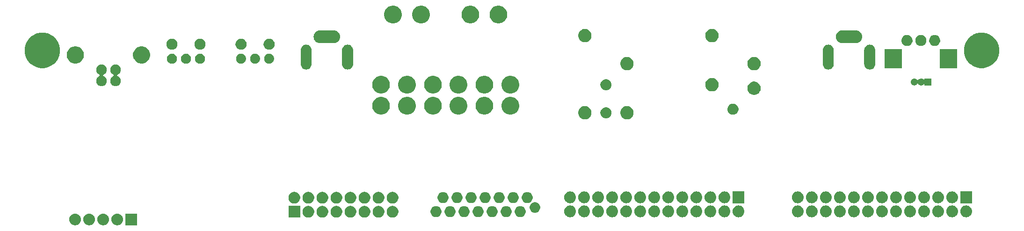
<source format=gts>
G04 #@! TF.GenerationSoftware,KiCad,Pcbnew,(5.1.0-0)*
G04 #@! TF.CreationDate,2019-11-06T10:26:04+01:00*
G04 #@! TF.ProjectId,AddOnA,4164644f-6e41-42e6-9b69-6361645f7063,rev?*
G04 #@! TF.SameCoordinates,Original*
G04 #@! TF.FileFunction,Soldermask,Top*
G04 #@! TF.FilePolarity,Negative*
%FSLAX46Y46*%
G04 Gerber Fmt 4.6, Leading zero omitted, Abs format (unit mm)*
G04 Created by KiCad (PCBNEW (5.1.0-0)) date 2019-11-06 10:26:04*
%MOMM*%
%LPD*%
G04 APERTURE LIST*
%ADD10C,0.100000*%
G04 APERTURE END LIST*
D10*
G36*
X27150000Y51850000D02*
G01*
X25050000Y51850000D01*
X25050000Y53950000D01*
X27150000Y53950000D01*
X27150000Y51850000D01*
X27150000Y51850000D01*
G37*
G36*
X23688707Y53942403D02*
G01*
X23765836Y53934807D01*
X23963762Y53874767D01*
X23963765Y53874766D01*
X24146170Y53777268D01*
X24306055Y53646055D01*
X24437268Y53486170D01*
X24534766Y53303765D01*
X24534767Y53303762D01*
X24594807Y53105836D01*
X24615080Y52900000D01*
X24594807Y52694164D01*
X24534767Y52496238D01*
X24534766Y52496235D01*
X24437268Y52313830D01*
X24306055Y52153945D01*
X24146170Y52022732D01*
X23963765Y51925234D01*
X23963762Y51925233D01*
X23765836Y51865193D01*
X23688707Y51857596D01*
X23611580Y51850000D01*
X23508420Y51850000D01*
X23431293Y51857596D01*
X23354164Y51865193D01*
X23156238Y51925233D01*
X23156235Y51925234D01*
X22973830Y52022732D01*
X22813945Y52153945D01*
X22682732Y52313830D01*
X22585234Y52496235D01*
X22585233Y52496238D01*
X22525193Y52694164D01*
X22504920Y52900000D01*
X22525193Y53105836D01*
X22585233Y53303762D01*
X22585234Y53303765D01*
X22682732Y53486170D01*
X22813945Y53646055D01*
X22973830Y53777268D01*
X23156235Y53874766D01*
X23156238Y53874767D01*
X23354164Y53934807D01*
X23431293Y53942403D01*
X23508420Y53950000D01*
X23611580Y53950000D01*
X23688707Y53942403D01*
X23688707Y53942403D01*
G37*
G36*
X21148707Y53942403D02*
G01*
X21225836Y53934807D01*
X21423762Y53874767D01*
X21423765Y53874766D01*
X21606170Y53777268D01*
X21766055Y53646055D01*
X21897268Y53486170D01*
X21994766Y53303765D01*
X21994767Y53303762D01*
X22054807Y53105836D01*
X22075080Y52900000D01*
X22054807Y52694164D01*
X21994767Y52496238D01*
X21994766Y52496235D01*
X21897268Y52313830D01*
X21766055Y52153945D01*
X21606170Y52022732D01*
X21423765Y51925234D01*
X21423762Y51925233D01*
X21225836Y51865193D01*
X21148707Y51857596D01*
X21071580Y51850000D01*
X20968420Y51850000D01*
X20891293Y51857596D01*
X20814164Y51865193D01*
X20616238Y51925233D01*
X20616235Y51925234D01*
X20433830Y52022732D01*
X20273945Y52153945D01*
X20142732Y52313830D01*
X20045234Y52496235D01*
X20045233Y52496238D01*
X19985193Y52694164D01*
X19964920Y52900000D01*
X19985193Y53105836D01*
X20045233Y53303762D01*
X20045234Y53303765D01*
X20142732Y53486170D01*
X20273945Y53646055D01*
X20433830Y53777268D01*
X20616235Y53874766D01*
X20616238Y53874767D01*
X20814164Y53934807D01*
X20891293Y53942403D01*
X20968420Y53950000D01*
X21071580Y53950000D01*
X21148707Y53942403D01*
X21148707Y53942403D01*
G37*
G36*
X18608707Y53942403D02*
G01*
X18685836Y53934807D01*
X18883762Y53874767D01*
X18883765Y53874766D01*
X19066170Y53777268D01*
X19226055Y53646055D01*
X19357268Y53486170D01*
X19454766Y53303765D01*
X19454767Y53303762D01*
X19514807Y53105836D01*
X19535080Y52900000D01*
X19514807Y52694164D01*
X19454767Y52496238D01*
X19454766Y52496235D01*
X19357268Y52313830D01*
X19226055Y52153945D01*
X19066170Y52022732D01*
X18883765Y51925234D01*
X18883762Y51925233D01*
X18685836Y51865193D01*
X18608707Y51857596D01*
X18531580Y51850000D01*
X18428420Y51850000D01*
X18351293Y51857596D01*
X18274164Y51865193D01*
X18076238Y51925233D01*
X18076235Y51925234D01*
X17893830Y52022732D01*
X17733945Y52153945D01*
X17602732Y52313830D01*
X17505234Y52496235D01*
X17505233Y52496238D01*
X17445193Y52694164D01*
X17424920Y52900000D01*
X17445193Y53105836D01*
X17505233Y53303762D01*
X17505234Y53303765D01*
X17602732Y53486170D01*
X17733945Y53646055D01*
X17893830Y53777268D01*
X18076235Y53874766D01*
X18076238Y53874767D01*
X18274164Y53934807D01*
X18351293Y53942403D01*
X18428420Y53950000D01*
X18531580Y53950000D01*
X18608707Y53942403D01*
X18608707Y53942403D01*
G37*
G36*
X16068707Y53942403D02*
G01*
X16145836Y53934807D01*
X16343762Y53874767D01*
X16343765Y53874766D01*
X16526170Y53777268D01*
X16686055Y53646055D01*
X16817268Y53486170D01*
X16914766Y53303765D01*
X16914767Y53303762D01*
X16974807Y53105836D01*
X16995080Y52900000D01*
X16974807Y52694164D01*
X16914767Y52496238D01*
X16914766Y52496235D01*
X16817268Y52313830D01*
X16686055Y52153945D01*
X16526170Y52022732D01*
X16343765Y51925234D01*
X16343762Y51925233D01*
X16145836Y51865193D01*
X16068707Y51857596D01*
X15991580Y51850000D01*
X15888420Y51850000D01*
X15811293Y51857596D01*
X15734164Y51865193D01*
X15536238Y51925233D01*
X15536235Y51925234D01*
X15353830Y52022732D01*
X15193945Y52153945D01*
X15062732Y52313830D01*
X14965234Y52496235D01*
X14965233Y52496238D01*
X14905193Y52694164D01*
X14884920Y52900000D01*
X14905193Y53105836D01*
X14965233Y53303762D01*
X14965234Y53303765D01*
X15062732Y53486170D01*
X15193945Y53646055D01*
X15353830Y53777268D01*
X15536235Y53874766D01*
X15536238Y53874767D01*
X15734164Y53934807D01*
X15811293Y53942403D01*
X15888420Y53950000D01*
X15991580Y53950000D01*
X16068707Y53942403D01*
X16068707Y53942403D01*
G37*
G36*
X60990240Y55322727D02*
G01*
X61183802Y55242551D01*
X61358005Y55126152D01*
X61506152Y54978005D01*
X61622551Y54803802D01*
X61702727Y54610240D01*
X61743600Y54404757D01*
X61743600Y54195243D01*
X61702727Y53989760D01*
X61622551Y53796198D01*
X61506152Y53621995D01*
X61358005Y53473848D01*
X61183802Y53357449D01*
X60990240Y53277273D01*
X60784757Y53236400D01*
X60575243Y53236400D01*
X60369760Y53277273D01*
X60176198Y53357449D01*
X60001995Y53473848D01*
X59853848Y53621995D01*
X59737449Y53796198D01*
X59657273Y53989760D01*
X59616400Y54195243D01*
X59616400Y54404757D01*
X59657273Y54610240D01*
X59737449Y54803802D01*
X59853848Y54978005D01*
X60001995Y55126152D01*
X60176198Y55242551D01*
X60369760Y55322727D01*
X60575243Y55363600D01*
X60784757Y55363600D01*
X60990240Y55322727D01*
X60990240Y55322727D01*
G37*
G36*
X58450240Y55322727D02*
G01*
X58643802Y55242551D01*
X58818005Y55126152D01*
X58966152Y54978005D01*
X59082551Y54803802D01*
X59162727Y54610240D01*
X59203600Y54404757D01*
X59203600Y54195243D01*
X59162727Y53989760D01*
X59082551Y53796198D01*
X58966152Y53621995D01*
X58818005Y53473848D01*
X58643802Y53357449D01*
X58450240Y53277273D01*
X58244757Y53236400D01*
X58035243Y53236400D01*
X57829760Y53277273D01*
X57636198Y53357449D01*
X57461995Y53473848D01*
X57313848Y53621995D01*
X57197449Y53796198D01*
X57117273Y53989760D01*
X57076400Y54195243D01*
X57076400Y54404757D01*
X57117273Y54610240D01*
X57197449Y54803802D01*
X57313848Y54978005D01*
X57461995Y55126152D01*
X57636198Y55242551D01*
X57829760Y55322727D01*
X58035243Y55363600D01*
X58244757Y55363600D01*
X58450240Y55322727D01*
X58450240Y55322727D01*
G37*
G36*
X56663600Y53236400D02*
G01*
X54536400Y53236400D01*
X54536400Y55363600D01*
X56663600Y55363600D01*
X56663600Y53236400D01*
X56663600Y53236400D01*
G37*
G36*
X63530240Y55322727D02*
G01*
X63723802Y55242551D01*
X63898005Y55126152D01*
X64046152Y54978005D01*
X64162551Y54803802D01*
X64242727Y54610240D01*
X64283600Y54404757D01*
X64283600Y54195243D01*
X64242727Y53989760D01*
X64162551Y53796198D01*
X64046152Y53621995D01*
X63898005Y53473848D01*
X63723802Y53357449D01*
X63530240Y53277273D01*
X63324757Y53236400D01*
X63115243Y53236400D01*
X62909760Y53277273D01*
X62716198Y53357449D01*
X62541995Y53473848D01*
X62393848Y53621995D01*
X62277449Y53796198D01*
X62197273Y53989760D01*
X62156400Y54195243D01*
X62156400Y54404757D01*
X62197273Y54610240D01*
X62277449Y54803802D01*
X62393848Y54978005D01*
X62541995Y55126152D01*
X62716198Y55242551D01*
X62909760Y55322727D01*
X63115243Y55363600D01*
X63324757Y55363600D01*
X63530240Y55322727D01*
X63530240Y55322727D01*
G37*
G36*
X66070240Y55322727D02*
G01*
X66263802Y55242551D01*
X66438005Y55126152D01*
X66586152Y54978005D01*
X66702551Y54803802D01*
X66782727Y54610240D01*
X66823600Y54404757D01*
X66823600Y54195243D01*
X66782727Y53989760D01*
X66702551Y53796198D01*
X66586152Y53621995D01*
X66438005Y53473848D01*
X66263802Y53357449D01*
X66070240Y53277273D01*
X65864757Y53236400D01*
X65655243Y53236400D01*
X65449760Y53277273D01*
X65256198Y53357449D01*
X65081995Y53473848D01*
X64933848Y53621995D01*
X64817449Y53796198D01*
X64737273Y53989760D01*
X64696400Y54195243D01*
X64696400Y54404757D01*
X64737273Y54610240D01*
X64817449Y54803802D01*
X64933848Y54978005D01*
X65081995Y55126152D01*
X65256198Y55242551D01*
X65449760Y55322727D01*
X65655243Y55363600D01*
X65864757Y55363600D01*
X66070240Y55322727D01*
X66070240Y55322727D01*
G37*
G36*
X68610240Y55322727D02*
G01*
X68803802Y55242551D01*
X68978005Y55126152D01*
X69126152Y54978005D01*
X69242551Y54803802D01*
X69322727Y54610240D01*
X69363600Y54404757D01*
X69363600Y54195243D01*
X69322727Y53989760D01*
X69242551Y53796198D01*
X69126152Y53621995D01*
X68978005Y53473848D01*
X68803802Y53357449D01*
X68610240Y53277273D01*
X68404757Y53236400D01*
X68195243Y53236400D01*
X67989760Y53277273D01*
X67796198Y53357449D01*
X67621995Y53473848D01*
X67473848Y53621995D01*
X67357449Y53796198D01*
X67277273Y53989760D01*
X67236400Y54195243D01*
X67236400Y54404757D01*
X67277273Y54610240D01*
X67357449Y54803802D01*
X67473848Y54978005D01*
X67621995Y55126152D01*
X67796198Y55242551D01*
X67989760Y55322727D01*
X68195243Y55363600D01*
X68404757Y55363600D01*
X68610240Y55322727D01*
X68610240Y55322727D01*
G37*
G36*
X71150240Y55322727D02*
G01*
X71343802Y55242551D01*
X71518005Y55126152D01*
X71666152Y54978005D01*
X71782551Y54803802D01*
X71862727Y54610240D01*
X71903600Y54404757D01*
X71903600Y54195243D01*
X71862727Y53989760D01*
X71782551Y53796198D01*
X71666152Y53621995D01*
X71518005Y53473848D01*
X71343802Y53357449D01*
X71150240Y53277273D01*
X70944757Y53236400D01*
X70735243Y53236400D01*
X70529760Y53277273D01*
X70336198Y53357449D01*
X70161995Y53473848D01*
X70013848Y53621995D01*
X69897449Y53796198D01*
X69817273Y53989760D01*
X69776400Y54195243D01*
X69776400Y54404757D01*
X69817273Y54610240D01*
X69897449Y54803802D01*
X70013848Y54978005D01*
X70161995Y55126152D01*
X70336198Y55242551D01*
X70529760Y55322727D01*
X70735243Y55363600D01*
X70944757Y55363600D01*
X71150240Y55322727D01*
X71150240Y55322727D01*
G37*
G36*
X73690240Y55322727D02*
G01*
X73883802Y55242551D01*
X74058005Y55126152D01*
X74206152Y54978005D01*
X74322551Y54803802D01*
X74402727Y54610240D01*
X74443600Y54404757D01*
X74443600Y54195243D01*
X74402727Y53989760D01*
X74322551Y53796198D01*
X74206152Y53621995D01*
X74058005Y53473848D01*
X73883802Y53357449D01*
X73690240Y53277273D01*
X73484757Y53236400D01*
X73275243Y53236400D01*
X73069760Y53277273D01*
X72876198Y53357449D01*
X72701995Y53473848D01*
X72553848Y53621995D01*
X72437449Y53796198D01*
X72357273Y53989760D01*
X72316400Y54195243D01*
X72316400Y54404757D01*
X72357273Y54610240D01*
X72437449Y54803802D01*
X72553848Y54978005D01*
X72701995Y55126152D01*
X72876198Y55242551D01*
X73069760Y55322727D01*
X73275243Y55363600D01*
X73484757Y55363600D01*
X73690240Y55322727D01*
X73690240Y55322727D01*
G37*
G36*
X136208500Y55408211D02*
G01*
X136408994Y55347392D01*
X136593759Y55248633D01*
X136593762Y55248631D01*
X136593763Y55248630D01*
X136755718Y55115718D01*
X136877388Y54967461D01*
X136888633Y54953759D01*
X136987392Y54768994D01*
X137048211Y54568500D01*
X137068746Y54360000D01*
X137048211Y54151500D01*
X136987392Y53951006D01*
X136888633Y53766241D01*
X136888631Y53766238D01*
X136888630Y53766237D01*
X136755718Y53604282D01*
X136596782Y53473848D01*
X136593759Y53471367D01*
X136408994Y53372608D01*
X136208500Y53311789D01*
X136052251Y53296400D01*
X135947749Y53296400D01*
X135791500Y53311789D01*
X135591006Y53372608D01*
X135406241Y53471367D01*
X135403218Y53473848D01*
X135244282Y53604282D01*
X135111370Y53766237D01*
X135111369Y53766238D01*
X135111367Y53766241D01*
X135012608Y53951006D01*
X134951789Y54151500D01*
X134931254Y54360000D01*
X134951789Y54568500D01*
X135012608Y54768994D01*
X135111367Y54953759D01*
X135122612Y54967461D01*
X135244282Y55115718D01*
X135406237Y55248630D01*
X135406238Y55248631D01*
X135406241Y55248633D01*
X135591006Y55347392D01*
X135791500Y55408211D01*
X135947749Y55423600D01*
X136052251Y55423600D01*
X136208500Y55408211D01*
X136208500Y55408211D01*
G37*
G36*
X133668500Y55408211D02*
G01*
X133868994Y55347392D01*
X134053759Y55248633D01*
X134053762Y55248631D01*
X134053763Y55248630D01*
X134215718Y55115718D01*
X134337388Y54967461D01*
X134348633Y54953759D01*
X134447392Y54768994D01*
X134508211Y54568500D01*
X134528746Y54360000D01*
X134508211Y54151500D01*
X134447392Y53951006D01*
X134348633Y53766241D01*
X134348631Y53766238D01*
X134348630Y53766237D01*
X134215718Y53604282D01*
X134056782Y53473848D01*
X134053759Y53471367D01*
X133868994Y53372608D01*
X133668500Y53311789D01*
X133512251Y53296400D01*
X133407749Y53296400D01*
X133251500Y53311789D01*
X133051006Y53372608D01*
X132866241Y53471367D01*
X132863218Y53473848D01*
X132704282Y53604282D01*
X132571370Y53766237D01*
X132571369Y53766238D01*
X132571367Y53766241D01*
X132472608Y53951006D01*
X132411789Y54151500D01*
X132391254Y54360000D01*
X132411789Y54568500D01*
X132472608Y54768994D01*
X132571367Y54953759D01*
X132582612Y54967461D01*
X132704282Y55115718D01*
X132866237Y55248630D01*
X132866238Y55248631D01*
X132866241Y55248633D01*
X133051006Y55347392D01*
X133251500Y55408211D01*
X133407749Y55423600D01*
X133512251Y55423600D01*
X133668500Y55408211D01*
X133668500Y55408211D01*
G37*
G36*
X131128500Y55408211D02*
G01*
X131328994Y55347392D01*
X131513759Y55248633D01*
X131513762Y55248631D01*
X131513763Y55248630D01*
X131675718Y55115718D01*
X131797388Y54967461D01*
X131808633Y54953759D01*
X131907392Y54768994D01*
X131968211Y54568500D01*
X131988746Y54360000D01*
X131968211Y54151500D01*
X131907392Y53951006D01*
X131808633Y53766241D01*
X131808631Y53766238D01*
X131808630Y53766237D01*
X131675718Y53604282D01*
X131516782Y53473848D01*
X131513759Y53471367D01*
X131328994Y53372608D01*
X131128500Y53311789D01*
X130972251Y53296400D01*
X130867749Y53296400D01*
X130711500Y53311789D01*
X130511006Y53372608D01*
X130326241Y53471367D01*
X130323218Y53473848D01*
X130164282Y53604282D01*
X130031370Y53766237D01*
X130031369Y53766238D01*
X130031367Y53766241D01*
X129932608Y53951006D01*
X129871789Y54151500D01*
X129851254Y54360000D01*
X129871789Y54568500D01*
X129932608Y54768994D01*
X130031367Y54953759D01*
X130042612Y54967461D01*
X130164282Y55115718D01*
X130326237Y55248630D01*
X130326238Y55248631D01*
X130326241Y55248633D01*
X130511006Y55347392D01*
X130711500Y55408211D01*
X130867749Y55423600D01*
X130972251Y55423600D01*
X131128500Y55408211D01*
X131128500Y55408211D01*
G37*
G36*
X128588500Y55408211D02*
G01*
X128788994Y55347392D01*
X128973759Y55248633D01*
X128973762Y55248631D01*
X128973763Y55248630D01*
X129135718Y55115718D01*
X129257388Y54967461D01*
X129268633Y54953759D01*
X129367392Y54768994D01*
X129428211Y54568500D01*
X129448746Y54360000D01*
X129428211Y54151500D01*
X129367392Y53951006D01*
X129268633Y53766241D01*
X129268631Y53766238D01*
X129268630Y53766237D01*
X129135718Y53604282D01*
X128976782Y53473848D01*
X128973759Y53471367D01*
X128788994Y53372608D01*
X128588500Y53311789D01*
X128432251Y53296400D01*
X128327749Y53296400D01*
X128171500Y53311789D01*
X127971006Y53372608D01*
X127786241Y53471367D01*
X127783218Y53473848D01*
X127624282Y53604282D01*
X127491370Y53766237D01*
X127491369Y53766238D01*
X127491367Y53766241D01*
X127392608Y53951006D01*
X127331789Y54151500D01*
X127311254Y54360000D01*
X127331789Y54568500D01*
X127392608Y54768994D01*
X127491367Y54953759D01*
X127502612Y54967461D01*
X127624282Y55115718D01*
X127786237Y55248630D01*
X127786238Y55248631D01*
X127786241Y55248633D01*
X127971006Y55347392D01*
X128171500Y55408211D01*
X128327749Y55423600D01*
X128432251Y55423600D01*
X128588500Y55408211D01*
X128588500Y55408211D01*
G37*
G36*
X126048500Y55408211D02*
G01*
X126248994Y55347392D01*
X126433759Y55248633D01*
X126433762Y55248631D01*
X126433763Y55248630D01*
X126595718Y55115718D01*
X126717388Y54967461D01*
X126728633Y54953759D01*
X126827392Y54768994D01*
X126888211Y54568500D01*
X126908746Y54360000D01*
X126888211Y54151500D01*
X126827392Y53951006D01*
X126728633Y53766241D01*
X126728631Y53766238D01*
X126728630Y53766237D01*
X126595718Y53604282D01*
X126436782Y53473848D01*
X126433759Y53471367D01*
X126248994Y53372608D01*
X126048500Y53311789D01*
X125892251Y53296400D01*
X125787749Y53296400D01*
X125631500Y53311789D01*
X125431006Y53372608D01*
X125246241Y53471367D01*
X125243218Y53473848D01*
X125084282Y53604282D01*
X124951370Y53766237D01*
X124951369Y53766238D01*
X124951367Y53766241D01*
X124852608Y53951006D01*
X124791789Y54151500D01*
X124771254Y54360000D01*
X124791789Y54568500D01*
X124852608Y54768994D01*
X124951367Y54953759D01*
X124962612Y54967461D01*
X125084282Y55115718D01*
X125246237Y55248630D01*
X125246238Y55248631D01*
X125246241Y55248633D01*
X125431006Y55347392D01*
X125631500Y55408211D01*
X125787749Y55423600D01*
X125892251Y55423600D01*
X126048500Y55408211D01*
X126048500Y55408211D01*
G37*
G36*
X123508500Y55408211D02*
G01*
X123708994Y55347392D01*
X123893759Y55248633D01*
X123893762Y55248631D01*
X123893763Y55248630D01*
X124055718Y55115718D01*
X124177388Y54967461D01*
X124188633Y54953759D01*
X124287392Y54768994D01*
X124348211Y54568500D01*
X124368746Y54360000D01*
X124348211Y54151500D01*
X124287392Y53951006D01*
X124188633Y53766241D01*
X124188631Y53766238D01*
X124188630Y53766237D01*
X124055718Y53604282D01*
X123896782Y53473848D01*
X123893759Y53471367D01*
X123708994Y53372608D01*
X123508500Y53311789D01*
X123352251Y53296400D01*
X123247749Y53296400D01*
X123091500Y53311789D01*
X122891006Y53372608D01*
X122706241Y53471367D01*
X122703218Y53473848D01*
X122544282Y53604282D01*
X122411370Y53766237D01*
X122411369Y53766238D01*
X122411367Y53766241D01*
X122312608Y53951006D01*
X122251789Y54151500D01*
X122231254Y54360000D01*
X122251789Y54568500D01*
X122312608Y54768994D01*
X122411367Y54953759D01*
X122422612Y54967461D01*
X122544282Y55115718D01*
X122706237Y55248630D01*
X122706238Y55248631D01*
X122706241Y55248633D01*
X122891006Y55347392D01*
X123091500Y55408211D01*
X123247749Y55423600D01*
X123352251Y55423600D01*
X123508500Y55408211D01*
X123508500Y55408211D01*
G37*
G36*
X120968500Y55408211D02*
G01*
X121168994Y55347392D01*
X121353759Y55248633D01*
X121353762Y55248631D01*
X121353763Y55248630D01*
X121515718Y55115718D01*
X121637388Y54967461D01*
X121648633Y54953759D01*
X121747392Y54768994D01*
X121808211Y54568500D01*
X121828746Y54360000D01*
X121808211Y54151500D01*
X121747392Y53951006D01*
X121648633Y53766241D01*
X121648631Y53766238D01*
X121648630Y53766237D01*
X121515718Y53604282D01*
X121356782Y53473848D01*
X121353759Y53471367D01*
X121168994Y53372608D01*
X120968500Y53311789D01*
X120812251Y53296400D01*
X120707749Y53296400D01*
X120551500Y53311789D01*
X120351006Y53372608D01*
X120166241Y53471367D01*
X120163218Y53473848D01*
X120004282Y53604282D01*
X119871370Y53766237D01*
X119871369Y53766238D01*
X119871367Y53766241D01*
X119772608Y53951006D01*
X119711789Y54151500D01*
X119691254Y54360000D01*
X119711789Y54568500D01*
X119772608Y54768994D01*
X119871367Y54953759D01*
X119882612Y54967461D01*
X120004282Y55115718D01*
X120166237Y55248630D01*
X120166238Y55248631D01*
X120166241Y55248633D01*
X120351006Y55347392D01*
X120551500Y55408211D01*
X120707749Y55423600D01*
X120812251Y55423600D01*
X120968500Y55408211D01*
X120968500Y55408211D01*
G37*
G36*
X118428500Y55408211D02*
G01*
X118628994Y55347392D01*
X118813759Y55248633D01*
X118813762Y55248631D01*
X118813763Y55248630D01*
X118975718Y55115718D01*
X119097388Y54967461D01*
X119108633Y54953759D01*
X119207392Y54768994D01*
X119268211Y54568500D01*
X119288746Y54360000D01*
X119268211Y54151500D01*
X119207392Y53951006D01*
X119108633Y53766241D01*
X119108631Y53766238D01*
X119108630Y53766237D01*
X118975718Y53604282D01*
X118816782Y53473848D01*
X118813759Y53471367D01*
X118628994Y53372608D01*
X118428500Y53311789D01*
X118272251Y53296400D01*
X118167749Y53296400D01*
X118011500Y53311789D01*
X117811006Y53372608D01*
X117626241Y53471367D01*
X117623218Y53473848D01*
X117464282Y53604282D01*
X117331370Y53766237D01*
X117331369Y53766238D01*
X117331367Y53766241D01*
X117232608Y53951006D01*
X117171789Y54151500D01*
X117151254Y54360000D01*
X117171789Y54568500D01*
X117232608Y54768994D01*
X117331367Y54953759D01*
X117342612Y54967461D01*
X117464282Y55115718D01*
X117626237Y55248630D01*
X117626238Y55248631D01*
X117626241Y55248633D01*
X117811006Y55347392D01*
X118011500Y55408211D01*
X118167749Y55423600D01*
X118272251Y55423600D01*
X118428500Y55408211D01*
X118428500Y55408211D01*
G37*
G36*
X115888500Y55408211D02*
G01*
X116088994Y55347392D01*
X116273759Y55248633D01*
X116273762Y55248631D01*
X116273763Y55248630D01*
X116435718Y55115718D01*
X116557388Y54967461D01*
X116568633Y54953759D01*
X116667392Y54768994D01*
X116728211Y54568500D01*
X116748746Y54360000D01*
X116728211Y54151500D01*
X116667392Y53951006D01*
X116568633Y53766241D01*
X116568631Y53766238D01*
X116568630Y53766237D01*
X116435718Y53604282D01*
X116276782Y53473848D01*
X116273759Y53471367D01*
X116088994Y53372608D01*
X115888500Y53311789D01*
X115732251Y53296400D01*
X115627749Y53296400D01*
X115471500Y53311789D01*
X115271006Y53372608D01*
X115086241Y53471367D01*
X115083218Y53473848D01*
X114924282Y53604282D01*
X114791370Y53766237D01*
X114791369Y53766238D01*
X114791367Y53766241D01*
X114692608Y53951006D01*
X114631789Y54151500D01*
X114611254Y54360000D01*
X114631789Y54568500D01*
X114692608Y54768994D01*
X114791367Y54953759D01*
X114802612Y54967461D01*
X114924282Y55115718D01*
X115086237Y55248630D01*
X115086238Y55248631D01*
X115086241Y55248633D01*
X115271006Y55347392D01*
X115471500Y55408211D01*
X115627749Y55423600D01*
X115732251Y55423600D01*
X115888500Y55408211D01*
X115888500Y55408211D01*
G37*
G36*
X113348500Y55408211D02*
G01*
X113548994Y55347392D01*
X113733759Y55248633D01*
X113733762Y55248631D01*
X113733763Y55248630D01*
X113895718Y55115718D01*
X114017388Y54967461D01*
X114028633Y54953759D01*
X114127392Y54768994D01*
X114188211Y54568500D01*
X114208746Y54360000D01*
X114188211Y54151500D01*
X114127392Y53951006D01*
X114028633Y53766241D01*
X114028631Y53766238D01*
X114028630Y53766237D01*
X113895718Y53604282D01*
X113736782Y53473848D01*
X113733759Y53471367D01*
X113548994Y53372608D01*
X113348500Y53311789D01*
X113192251Y53296400D01*
X113087749Y53296400D01*
X112931500Y53311789D01*
X112731006Y53372608D01*
X112546241Y53471367D01*
X112543218Y53473848D01*
X112384282Y53604282D01*
X112251370Y53766237D01*
X112251369Y53766238D01*
X112251367Y53766241D01*
X112152608Y53951006D01*
X112091789Y54151500D01*
X112071254Y54360000D01*
X112091789Y54568500D01*
X112152608Y54768994D01*
X112251367Y54953759D01*
X112262612Y54967461D01*
X112384282Y55115718D01*
X112546237Y55248630D01*
X112546238Y55248631D01*
X112546241Y55248633D01*
X112731006Y55347392D01*
X112931500Y55408211D01*
X113087749Y55423600D01*
X113192251Y55423600D01*
X113348500Y55408211D01*
X113348500Y55408211D01*
G37*
G36*
X110808500Y55408211D02*
G01*
X111008994Y55347392D01*
X111193759Y55248633D01*
X111193762Y55248631D01*
X111193763Y55248630D01*
X111355718Y55115718D01*
X111477388Y54967461D01*
X111488633Y54953759D01*
X111587392Y54768994D01*
X111648211Y54568500D01*
X111668746Y54360000D01*
X111648211Y54151500D01*
X111587392Y53951006D01*
X111488633Y53766241D01*
X111488631Y53766238D01*
X111488630Y53766237D01*
X111355718Y53604282D01*
X111196782Y53473848D01*
X111193759Y53471367D01*
X111008994Y53372608D01*
X110808500Y53311789D01*
X110652251Y53296400D01*
X110547749Y53296400D01*
X110391500Y53311789D01*
X110191006Y53372608D01*
X110006241Y53471367D01*
X110003218Y53473848D01*
X109844282Y53604282D01*
X109711370Y53766237D01*
X109711369Y53766238D01*
X109711367Y53766241D01*
X109612608Y53951006D01*
X109551789Y54151500D01*
X109531254Y54360000D01*
X109551789Y54568500D01*
X109612608Y54768994D01*
X109711367Y54953759D01*
X109722612Y54967461D01*
X109844282Y55115718D01*
X110006237Y55248630D01*
X110006238Y55248631D01*
X110006241Y55248633D01*
X110191006Y55347392D01*
X110391500Y55408211D01*
X110547749Y55423600D01*
X110652251Y55423600D01*
X110808500Y55408211D01*
X110808500Y55408211D01*
G37*
G36*
X108268500Y55408211D02*
G01*
X108468994Y55347392D01*
X108653759Y55248633D01*
X108653762Y55248631D01*
X108653763Y55248630D01*
X108815718Y55115718D01*
X108937388Y54967461D01*
X108948633Y54953759D01*
X109047392Y54768994D01*
X109108211Y54568500D01*
X109128746Y54360000D01*
X109108211Y54151500D01*
X109047392Y53951006D01*
X108948633Y53766241D01*
X108948631Y53766238D01*
X108948630Y53766237D01*
X108815718Y53604282D01*
X108656782Y53473848D01*
X108653759Y53471367D01*
X108468994Y53372608D01*
X108268500Y53311789D01*
X108112251Y53296400D01*
X108007749Y53296400D01*
X107851500Y53311789D01*
X107651006Y53372608D01*
X107466241Y53471367D01*
X107463218Y53473848D01*
X107304282Y53604282D01*
X107171370Y53766237D01*
X107171369Y53766238D01*
X107171367Y53766241D01*
X107072608Y53951006D01*
X107011789Y54151500D01*
X106991254Y54360000D01*
X107011789Y54568500D01*
X107072608Y54768994D01*
X107171367Y54953759D01*
X107182612Y54967461D01*
X107304282Y55115718D01*
X107466237Y55248630D01*
X107466238Y55248631D01*
X107466241Y55248633D01*
X107651006Y55347392D01*
X107851500Y55408211D01*
X108007749Y55423600D01*
X108112251Y55423600D01*
X108268500Y55408211D01*
X108268500Y55408211D01*
G37*
G36*
X105728500Y55408211D02*
G01*
X105928994Y55347392D01*
X106113759Y55248633D01*
X106113762Y55248631D01*
X106113763Y55248630D01*
X106275718Y55115718D01*
X106397388Y54967461D01*
X106408633Y54953759D01*
X106507392Y54768994D01*
X106568211Y54568500D01*
X106588746Y54360000D01*
X106568211Y54151500D01*
X106507392Y53951006D01*
X106408633Y53766241D01*
X106408631Y53766238D01*
X106408630Y53766237D01*
X106275718Y53604282D01*
X106116782Y53473848D01*
X106113759Y53471367D01*
X105928994Y53372608D01*
X105728500Y53311789D01*
X105572251Y53296400D01*
X105467749Y53296400D01*
X105311500Y53311789D01*
X105111006Y53372608D01*
X104926241Y53471367D01*
X104923218Y53473848D01*
X104764282Y53604282D01*
X104631370Y53766237D01*
X104631369Y53766238D01*
X104631367Y53766241D01*
X104532608Y53951006D01*
X104471789Y54151500D01*
X104451254Y54360000D01*
X104471789Y54568500D01*
X104532608Y54768994D01*
X104631367Y54953759D01*
X104642612Y54967461D01*
X104764282Y55115718D01*
X104926237Y55248630D01*
X104926238Y55248631D01*
X104926241Y55248633D01*
X105111006Y55347392D01*
X105311500Y55408211D01*
X105467749Y55423600D01*
X105572251Y55423600D01*
X105728500Y55408211D01*
X105728500Y55408211D01*
G37*
G36*
X146928500Y55408211D02*
G01*
X147128994Y55347392D01*
X147313759Y55248633D01*
X147313762Y55248631D01*
X147313763Y55248630D01*
X147475718Y55115718D01*
X147597388Y54967461D01*
X147608633Y54953759D01*
X147707392Y54768994D01*
X147768211Y54568500D01*
X147788746Y54360000D01*
X147768211Y54151500D01*
X147707392Y53951006D01*
X147608633Y53766241D01*
X147608631Y53766238D01*
X147608630Y53766237D01*
X147475718Y53604282D01*
X147316782Y53473848D01*
X147313759Y53471367D01*
X147128994Y53372608D01*
X146928500Y53311789D01*
X146772251Y53296400D01*
X146667749Y53296400D01*
X146511500Y53311789D01*
X146311006Y53372608D01*
X146126241Y53471367D01*
X146123218Y53473848D01*
X145964282Y53604282D01*
X145831370Y53766237D01*
X145831369Y53766238D01*
X145831367Y53766241D01*
X145732608Y53951006D01*
X145671789Y54151500D01*
X145651254Y54360000D01*
X145671789Y54568500D01*
X145732608Y54768994D01*
X145831367Y54953759D01*
X145842612Y54967461D01*
X145964282Y55115718D01*
X146126237Y55248630D01*
X146126238Y55248631D01*
X146126241Y55248633D01*
X146311006Y55347392D01*
X146511500Y55408211D01*
X146667749Y55423600D01*
X146772251Y55423600D01*
X146928500Y55408211D01*
X146928500Y55408211D01*
G37*
G36*
X149468500Y55408211D02*
G01*
X149668994Y55347392D01*
X149853759Y55248633D01*
X149853762Y55248631D01*
X149853763Y55248630D01*
X150015718Y55115718D01*
X150137388Y54967461D01*
X150148633Y54953759D01*
X150247392Y54768994D01*
X150308211Y54568500D01*
X150328746Y54360000D01*
X150308211Y54151500D01*
X150247392Y53951006D01*
X150148633Y53766241D01*
X150148631Y53766238D01*
X150148630Y53766237D01*
X150015718Y53604282D01*
X149856782Y53473848D01*
X149853759Y53471367D01*
X149668994Y53372608D01*
X149468500Y53311789D01*
X149312251Y53296400D01*
X149207749Y53296400D01*
X149051500Y53311789D01*
X148851006Y53372608D01*
X148666241Y53471367D01*
X148663218Y53473848D01*
X148504282Y53604282D01*
X148371370Y53766237D01*
X148371369Y53766238D01*
X148371367Y53766241D01*
X148272608Y53951006D01*
X148211789Y54151500D01*
X148191254Y54360000D01*
X148211789Y54568500D01*
X148272608Y54768994D01*
X148371367Y54953759D01*
X148382612Y54967461D01*
X148504282Y55115718D01*
X148666237Y55248630D01*
X148666238Y55248631D01*
X148666241Y55248633D01*
X148851006Y55347392D01*
X149051500Y55408211D01*
X149207749Y55423600D01*
X149312251Y55423600D01*
X149468500Y55408211D01*
X149468500Y55408211D01*
G37*
G36*
X152008500Y55408211D02*
G01*
X152208994Y55347392D01*
X152393759Y55248633D01*
X152393762Y55248631D01*
X152393763Y55248630D01*
X152555718Y55115718D01*
X152677388Y54967461D01*
X152688633Y54953759D01*
X152787392Y54768994D01*
X152848211Y54568500D01*
X152868746Y54360000D01*
X152848211Y54151500D01*
X152787392Y53951006D01*
X152688633Y53766241D01*
X152688631Y53766238D01*
X152688630Y53766237D01*
X152555718Y53604282D01*
X152396782Y53473848D01*
X152393759Y53471367D01*
X152208994Y53372608D01*
X152008500Y53311789D01*
X151852251Y53296400D01*
X151747749Y53296400D01*
X151591500Y53311789D01*
X151391006Y53372608D01*
X151206241Y53471367D01*
X151203218Y53473848D01*
X151044282Y53604282D01*
X150911370Y53766237D01*
X150911369Y53766238D01*
X150911367Y53766241D01*
X150812608Y53951006D01*
X150751789Y54151500D01*
X150731254Y54360000D01*
X150751789Y54568500D01*
X150812608Y54768994D01*
X150911367Y54953759D01*
X150922612Y54967461D01*
X151044282Y55115718D01*
X151206237Y55248630D01*
X151206238Y55248631D01*
X151206241Y55248633D01*
X151391006Y55347392D01*
X151591500Y55408211D01*
X151747749Y55423600D01*
X151852251Y55423600D01*
X152008500Y55408211D01*
X152008500Y55408211D01*
G37*
G36*
X154548500Y55408211D02*
G01*
X154748994Y55347392D01*
X154933759Y55248633D01*
X154933762Y55248631D01*
X154933763Y55248630D01*
X155095718Y55115718D01*
X155217388Y54967461D01*
X155228633Y54953759D01*
X155327392Y54768994D01*
X155388211Y54568500D01*
X155408746Y54360000D01*
X155388211Y54151500D01*
X155327392Y53951006D01*
X155228633Y53766241D01*
X155228631Y53766238D01*
X155228630Y53766237D01*
X155095718Y53604282D01*
X154936782Y53473848D01*
X154933759Y53471367D01*
X154748994Y53372608D01*
X154548500Y53311789D01*
X154392251Y53296400D01*
X154287749Y53296400D01*
X154131500Y53311789D01*
X153931006Y53372608D01*
X153746241Y53471367D01*
X153743218Y53473848D01*
X153584282Y53604282D01*
X153451370Y53766237D01*
X153451369Y53766238D01*
X153451367Y53766241D01*
X153352608Y53951006D01*
X153291789Y54151500D01*
X153271254Y54360000D01*
X153291789Y54568500D01*
X153352608Y54768994D01*
X153451367Y54953759D01*
X153462612Y54967461D01*
X153584282Y55115718D01*
X153746237Y55248630D01*
X153746238Y55248631D01*
X153746241Y55248633D01*
X153931006Y55347392D01*
X154131500Y55408211D01*
X154287749Y55423600D01*
X154392251Y55423600D01*
X154548500Y55408211D01*
X154548500Y55408211D01*
G37*
G36*
X157088500Y55408211D02*
G01*
X157288994Y55347392D01*
X157473759Y55248633D01*
X157473762Y55248631D01*
X157473763Y55248630D01*
X157635718Y55115718D01*
X157757388Y54967461D01*
X157768633Y54953759D01*
X157867392Y54768994D01*
X157928211Y54568500D01*
X157948746Y54360000D01*
X157928211Y54151500D01*
X157867392Y53951006D01*
X157768633Y53766241D01*
X157768631Y53766238D01*
X157768630Y53766237D01*
X157635718Y53604282D01*
X157476782Y53473848D01*
X157473759Y53471367D01*
X157288994Y53372608D01*
X157088500Y53311789D01*
X156932251Y53296400D01*
X156827749Y53296400D01*
X156671500Y53311789D01*
X156471006Y53372608D01*
X156286241Y53471367D01*
X156283218Y53473848D01*
X156124282Y53604282D01*
X155991370Y53766237D01*
X155991369Y53766238D01*
X155991367Y53766241D01*
X155892608Y53951006D01*
X155831789Y54151500D01*
X155811254Y54360000D01*
X155831789Y54568500D01*
X155892608Y54768994D01*
X155991367Y54953759D01*
X156002612Y54967461D01*
X156124282Y55115718D01*
X156286237Y55248630D01*
X156286238Y55248631D01*
X156286241Y55248633D01*
X156471006Y55347392D01*
X156671500Y55408211D01*
X156827749Y55423600D01*
X156932251Y55423600D01*
X157088500Y55408211D01*
X157088500Y55408211D01*
G37*
G36*
X159628500Y55408211D02*
G01*
X159828994Y55347392D01*
X160013759Y55248633D01*
X160013762Y55248631D01*
X160013763Y55248630D01*
X160175718Y55115718D01*
X160297388Y54967461D01*
X160308633Y54953759D01*
X160407392Y54768994D01*
X160468211Y54568500D01*
X160488746Y54360000D01*
X160468211Y54151500D01*
X160407392Y53951006D01*
X160308633Y53766241D01*
X160308631Y53766238D01*
X160308630Y53766237D01*
X160175718Y53604282D01*
X160016782Y53473848D01*
X160013759Y53471367D01*
X159828994Y53372608D01*
X159628500Y53311789D01*
X159472251Y53296400D01*
X159367749Y53296400D01*
X159211500Y53311789D01*
X159011006Y53372608D01*
X158826241Y53471367D01*
X158823218Y53473848D01*
X158664282Y53604282D01*
X158531370Y53766237D01*
X158531369Y53766238D01*
X158531367Y53766241D01*
X158432608Y53951006D01*
X158371789Y54151500D01*
X158351254Y54360000D01*
X158371789Y54568500D01*
X158432608Y54768994D01*
X158531367Y54953759D01*
X158542612Y54967461D01*
X158664282Y55115718D01*
X158826237Y55248630D01*
X158826238Y55248631D01*
X158826241Y55248633D01*
X159011006Y55347392D01*
X159211500Y55408211D01*
X159367749Y55423600D01*
X159472251Y55423600D01*
X159628500Y55408211D01*
X159628500Y55408211D01*
G37*
G36*
X162168500Y55408211D02*
G01*
X162368994Y55347392D01*
X162553759Y55248633D01*
X162553762Y55248631D01*
X162553763Y55248630D01*
X162715718Y55115718D01*
X162837388Y54967461D01*
X162848633Y54953759D01*
X162947392Y54768994D01*
X163008211Y54568500D01*
X163028746Y54360000D01*
X163008211Y54151500D01*
X162947392Y53951006D01*
X162848633Y53766241D01*
X162848631Y53766238D01*
X162848630Y53766237D01*
X162715718Y53604282D01*
X162556782Y53473848D01*
X162553759Y53471367D01*
X162368994Y53372608D01*
X162168500Y53311789D01*
X162012251Y53296400D01*
X161907749Y53296400D01*
X161751500Y53311789D01*
X161551006Y53372608D01*
X161366241Y53471367D01*
X161363218Y53473848D01*
X161204282Y53604282D01*
X161071370Y53766237D01*
X161071369Y53766238D01*
X161071367Y53766241D01*
X160972608Y53951006D01*
X160911789Y54151500D01*
X160891254Y54360000D01*
X160911789Y54568500D01*
X160972608Y54768994D01*
X161071367Y54953759D01*
X161082612Y54967461D01*
X161204282Y55115718D01*
X161366237Y55248630D01*
X161366238Y55248631D01*
X161366241Y55248633D01*
X161551006Y55347392D01*
X161751500Y55408211D01*
X161907749Y55423600D01*
X162012251Y55423600D01*
X162168500Y55408211D01*
X162168500Y55408211D01*
G37*
G36*
X164708500Y55408211D02*
G01*
X164908994Y55347392D01*
X165093759Y55248633D01*
X165093762Y55248631D01*
X165093763Y55248630D01*
X165255718Y55115718D01*
X165377388Y54967461D01*
X165388633Y54953759D01*
X165487392Y54768994D01*
X165548211Y54568500D01*
X165568746Y54360000D01*
X165548211Y54151500D01*
X165487392Y53951006D01*
X165388633Y53766241D01*
X165388631Y53766238D01*
X165388630Y53766237D01*
X165255718Y53604282D01*
X165096782Y53473848D01*
X165093759Y53471367D01*
X164908994Y53372608D01*
X164708500Y53311789D01*
X164552251Y53296400D01*
X164447749Y53296400D01*
X164291500Y53311789D01*
X164091006Y53372608D01*
X163906241Y53471367D01*
X163903218Y53473848D01*
X163744282Y53604282D01*
X163611370Y53766237D01*
X163611369Y53766238D01*
X163611367Y53766241D01*
X163512608Y53951006D01*
X163451789Y54151500D01*
X163431254Y54360000D01*
X163451789Y54568500D01*
X163512608Y54768994D01*
X163611367Y54953759D01*
X163622612Y54967461D01*
X163744282Y55115718D01*
X163906237Y55248630D01*
X163906238Y55248631D01*
X163906241Y55248633D01*
X164091006Y55347392D01*
X164291500Y55408211D01*
X164447749Y55423600D01*
X164552251Y55423600D01*
X164708500Y55408211D01*
X164708500Y55408211D01*
G37*
G36*
X167248500Y55408211D02*
G01*
X167448994Y55347392D01*
X167633759Y55248633D01*
X167633762Y55248631D01*
X167633763Y55248630D01*
X167795718Y55115718D01*
X167917388Y54967461D01*
X167928633Y54953759D01*
X168027392Y54768994D01*
X168088211Y54568500D01*
X168108746Y54360000D01*
X168088211Y54151500D01*
X168027392Y53951006D01*
X167928633Y53766241D01*
X167928631Y53766238D01*
X167928630Y53766237D01*
X167795718Y53604282D01*
X167636782Y53473848D01*
X167633759Y53471367D01*
X167448994Y53372608D01*
X167248500Y53311789D01*
X167092251Y53296400D01*
X166987749Y53296400D01*
X166831500Y53311789D01*
X166631006Y53372608D01*
X166446241Y53471367D01*
X166443218Y53473848D01*
X166284282Y53604282D01*
X166151370Y53766237D01*
X166151369Y53766238D01*
X166151367Y53766241D01*
X166052608Y53951006D01*
X165991789Y54151500D01*
X165971254Y54360000D01*
X165991789Y54568500D01*
X166052608Y54768994D01*
X166151367Y54953759D01*
X166162612Y54967461D01*
X166284282Y55115718D01*
X166446237Y55248630D01*
X166446238Y55248631D01*
X166446241Y55248633D01*
X166631006Y55347392D01*
X166831500Y55408211D01*
X166987749Y55423600D01*
X167092251Y55423600D01*
X167248500Y55408211D01*
X167248500Y55408211D01*
G37*
G36*
X169788500Y55408211D02*
G01*
X169988994Y55347392D01*
X170173759Y55248633D01*
X170173762Y55248631D01*
X170173763Y55248630D01*
X170335718Y55115718D01*
X170457388Y54967461D01*
X170468633Y54953759D01*
X170567392Y54768994D01*
X170628211Y54568500D01*
X170648746Y54360000D01*
X170628211Y54151500D01*
X170567392Y53951006D01*
X170468633Y53766241D01*
X170468631Y53766238D01*
X170468630Y53766237D01*
X170335718Y53604282D01*
X170176782Y53473848D01*
X170173759Y53471367D01*
X169988994Y53372608D01*
X169788500Y53311789D01*
X169632251Y53296400D01*
X169527749Y53296400D01*
X169371500Y53311789D01*
X169171006Y53372608D01*
X168986241Y53471367D01*
X168983218Y53473848D01*
X168824282Y53604282D01*
X168691370Y53766237D01*
X168691369Y53766238D01*
X168691367Y53766241D01*
X168592608Y53951006D01*
X168531789Y54151500D01*
X168511254Y54360000D01*
X168531789Y54568500D01*
X168592608Y54768994D01*
X168691367Y54953759D01*
X168702612Y54967461D01*
X168824282Y55115718D01*
X168986237Y55248630D01*
X168986238Y55248631D01*
X168986241Y55248633D01*
X169171006Y55347392D01*
X169371500Y55408211D01*
X169527749Y55423600D01*
X169632251Y55423600D01*
X169788500Y55408211D01*
X169788500Y55408211D01*
G37*
G36*
X172328500Y55408211D02*
G01*
X172528994Y55347392D01*
X172713759Y55248633D01*
X172713762Y55248631D01*
X172713763Y55248630D01*
X172875718Y55115718D01*
X172997388Y54967461D01*
X173008633Y54953759D01*
X173107392Y54768994D01*
X173168211Y54568500D01*
X173188746Y54360000D01*
X173168211Y54151500D01*
X173107392Y53951006D01*
X173008633Y53766241D01*
X173008631Y53766238D01*
X173008630Y53766237D01*
X172875718Y53604282D01*
X172716782Y53473848D01*
X172713759Y53471367D01*
X172528994Y53372608D01*
X172328500Y53311789D01*
X172172251Y53296400D01*
X172067749Y53296400D01*
X171911500Y53311789D01*
X171711006Y53372608D01*
X171526241Y53471367D01*
X171523218Y53473848D01*
X171364282Y53604282D01*
X171231370Y53766237D01*
X171231369Y53766238D01*
X171231367Y53766241D01*
X171132608Y53951006D01*
X171071789Y54151500D01*
X171051254Y54360000D01*
X171071789Y54568500D01*
X171132608Y54768994D01*
X171231367Y54953759D01*
X171242612Y54967461D01*
X171364282Y55115718D01*
X171526237Y55248630D01*
X171526238Y55248631D01*
X171526241Y55248633D01*
X171711006Y55347392D01*
X171911500Y55408211D01*
X172067749Y55423600D01*
X172172251Y55423600D01*
X172328500Y55408211D01*
X172328500Y55408211D01*
G37*
G36*
X174868500Y55408211D02*
G01*
X175068994Y55347392D01*
X175253759Y55248633D01*
X175253762Y55248631D01*
X175253763Y55248630D01*
X175415718Y55115718D01*
X175537388Y54967461D01*
X175548633Y54953759D01*
X175647392Y54768994D01*
X175708211Y54568500D01*
X175728746Y54360000D01*
X175708211Y54151500D01*
X175647392Y53951006D01*
X175548633Y53766241D01*
X175548631Y53766238D01*
X175548630Y53766237D01*
X175415718Y53604282D01*
X175256782Y53473848D01*
X175253759Y53471367D01*
X175068994Y53372608D01*
X174868500Y53311789D01*
X174712251Y53296400D01*
X174607749Y53296400D01*
X174451500Y53311789D01*
X174251006Y53372608D01*
X174066241Y53471367D01*
X174063218Y53473848D01*
X173904282Y53604282D01*
X173771370Y53766237D01*
X173771369Y53766238D01*
X173771367Y53766241D01*
X173672608Y53951006D01*
X173611789Y54151500D01*
X173591254Y54360000D01*
X173611789Y54568500D01*
X173672608Y54768994D01*
X173771367Y54953759D01*
X173782612Y54967461D01*
X173904282Y55115718D01*
X174066237Y55248630D01*
X174066238Y55248631D01*
X174066241Y55248633D01*
X174251006Y55347392D01*
X174451500Y55408211D01*
X174607749Y55423600D01*
X174712251Y55423600D01*
X174868500Y55408211D01*
X174868500Y55408211D01*
G37*
G36*
X177408500Y55408211D02*
G01*
X177608994Y55347392D01*
X177793759Y55248633D01*
X177793762Y55248631D01*
X177793763Y55248630D01*
X177955718Y55115718D01*
X178077388Y54967461D01*
X178088633Y54953759D01*
X178187392Y54768994D01*
X178248211Y54568500D01*
X178268746Y54360000D01*
X178248211Y54151500D01*
X178187392Y53951006D01*
X178088633Y53766241D01*
X178088631Y53766238D01*
X178088630Y53766237D01*
X177955718Y53604282D01*
X177796782Y53473848D01*
X177793759Y53471367D01*
X177608994Y53372608D01*
X177408500Y53311789D01*
X177252251Y53296400D01*
X177147749Y53296400D01*
X176991500Y53311789D01*
X176791006Y53372608D01*
X176606241Y53471367D01*
X176603218Y53473848D01*
X176444282Y53604282D01*
X176311370Y53766237D01*
X176311369Y53766238D01*
X176311367Y53766241D01*
X176212608Y53951006D01*
X176151789Y54151500D01*
X176131254Y54360000D01*
X176151789Y54568500D01*
X176212608Y54768994D01*
X176311367Y54953759D01*
X176322612Y54967461D01*
X176444282Y55115718D01*
X176606237Y55248630D01*
X176606238Y55248631D01*
X176606241Y55248633D01*
X176791006Y55347392D01*
X176991500Y55408211D01*
X177147749Y55423600D01*
X177252251Y55423600D01*
X177408500Y55408211D01*
X177408500Y55408211D01*
G37*
G36*
X96712290Y55304381D02*
G01*
X96776689Y55291571D01*
X96958678Y55216189D01*
X97122463Y55106751D01*
X97261751Y54967463D01*
X97371189Y54803678D01*
X97446571Y54621689D01*
X97446571Y54621688D01*
X97485000Y54428493D01*
X97485000Y54231507D01*
X97469085Y54151498D01*
X97446571Y54038311D01*
X97371189Y53856322D01*
X97261751Y53692537D01*
X97122463Y53553249D01*
X96958678Y53443811D01*
X96776689Y53368429D01*
X96721493Y53357450D01*
X96583493Y53330000D01*
X96386507Y53330000D01*
X96248507Y53357450D01*
X96193311Y53368429D01*
X96011322Y53443811D01*
X95847537Y53553249D01*
X95708249Y53692537D01*
X95598811Y53856322D01*
X95523429Y54038311D01*
X95500915Y54151498D01*
X95485000Y54231507D01*
X95485000Y54428493D01*
X95523429Y54621688D01*
X95523429Y54621689D01*
X95598811Y54803678D01*
X95708249Y54967463D01*
X95847537Y55106751D01*
X96011322Y55216189D01*
X96193311Y55291571D01*
X96257710Y55304381D01*
X96386507Y55330000D01*
X96583493Y55330000D01*
X96712290Y55304381D01*
X96712290Y55304381D01*
G37*
G36*
X94172290Y55304381D02*
G01*
X94236689Y55291571D01*
X94418678Y55216189D01*
X94582463Y55106751D01*
X94721751Y54967463D01*
X94831189Y54803678D01*
X94906571Y54621689D01*
X94906571Y54621688D01*
X94945000Y54428493D01*
X94945000Y54231507D01*
X94929085Y54151498D01*
X94906571Y54038311D01*
X94831189Y53856322D01*
X94721751Y53692537D01*
X94582463Y53553249D01*
X94418678Y53443811D01*
X94236689Y53368429D01*
X94181493Y53357450D01*
X94043493Y53330000D01*
X93846507Y53330000D01*
X93708507Y53357450D01*
X93653311Y53368429D01*
X93471322Y53443811D01*
X93307537Y53553249D01*
X93168249Y53692537D01*
X93058811Y53856322D01*
X92983429Y54038311D01*
X92960915Y54151498D01*
X92945000Y54231507D01*
X92945000Y54428493D01*
X92983429Y54621688D01*
X92983429Y54621689D01*
X93058811Y54803678D01*
X93168249Y54967463D01*
X93307537Y55106751D01*
X93471322Y55216189D01*
X93653311Y55291571D01*
X93717710Y55304381D01*
X93846507Y55330000D01*
X94043493Y55330000D01*
X94172290Y55304381D01*
X94172290Y55304381D01*
G37*
G36*
X91632290Y55304381D02*
G01*
X91696689Y55291571D01*
X91878678Y55216189D01*
X92042463Y55106751D01*
X92181751Y54967463D01*
X92291189Y54803678D01*
X92366571Y54621689D01*
X92366571Y54621688D01*
X92405000Y54428493D01*
X92405000Y54231507D01*
X92389085Y54151498D01*
X92366571Y54038311D01*
X92291189Y53856322D01*
X92181751Y53692537D01*
X92042463Y53553249D01*
X91878678Y53443811D01*
X91696689Y53368429D01*
X91641493Y53357450D01*
X91503493Y53330000D01*
X91306507Y53330000D01*
X91168507Y53357450D01*
X91113311Y53368429D01*
X90931322Y53443811D01*
X90767537Y53553249D01*
X90628249Y53692537D01*
X90518811Y53856322D01*
X90443429Y54038311D01*
X90420915Y54151498D01*
X90405000Y54231507D01*
X90405000Y54428493D01*
X90443429Y54621688D01*
X90443429Y54621689D01*
X90518811Y54803678D01*
X90628249Y54967463D01*
X90767537Y55106751D01*
X90931322Y55216189D01*
X91113311Y55291571D01*
X91177710Y55304381D01*
X91306507Y55330000D01*
X91503493Y55330000D01*
X91632290Y55304381D01*
X91632290Y55304381D01*
G37*
G36*
X89092290Y55304381D02*
G01*
X89156689Y55291571D01*
X89338678Y55216189D01*
X89502463Y55106751D01*
X89641751Y54967463D01*
X89751189Y54803678D01*
X89826571Y54621689D01*
X89826571Y54621688D01*
X89865000Y54428493D01*
X89865000Y54231507D01*
X89849085Y54151498D01*
X89826571Y54038311D01*
X89751189Y53856322D01*
X89641751Y53692537D01*
X89502463Y53553249D01*
X89338678Y53443811D01*
X89156689Y53368429D01*
X89101493Y53357450D01*
X88963493Y53330000D01*
X88766507Y53330000D01*
X88628507Y53357450D01*
X88573311Y53368429D01*
X88391322Y53443811D01*
X88227537Y53553249D01*
X88088249Y53692537D01*
X87978811Y53856322D01*
X87903429Y54038311D01*
X87880915Y54151498D01*
X87865000Y54231507D01*
X87865000Y54428493D01*
X87903429Y54621688D01*
X87903429Y54621689D01*
X87978811Y54803678D01*
X88088249Y54967463D01*
X88227537Y55106751D01*
X88391322Y55216189D01*
X88573311Y55291571D01*
X88637710Y55304381D01*
X88766507Y55330000D01*
X88963493Y55330000D01*
X89092290Y55304381D01*
X89092290Y55304381D01*
G37*
G36*
X86552290Y55304381D02*
G01*
X86616689Y55291571D01*
X86798678Y55216189D01*
X86962463Y55106751D01*
X87101751Y54967463D01*
X87211189Y54803678D01*
X87286571Y54621689D01*
X87286571Y54621688D01*
X87325000Y54428493D01*
X87325000Y54231507D01*
X87309085Y54151498D01*
X87286571Y54038311D01*
X87211189Y53856322D01*
X87101751Y53692537D01*
X86962463Y53553249D01*
X86798678Y53443811D01*
X86616689Y53368429D01*
X86561493Y53357450D01*
X86423493Y53330000D01*
X86226507Y53330000D01*
X86088507Y53357450D01*
X86033311Y53368429D01*
X85851322Y53443811D01*
X85687537Y53553249D01*
X85548249Y53692537D01*
X85438811Y53856322D01*
X85363429Y54038311D01*
X85340915Y54151498D01*
X85325000Y54231507D01*
X85325000Y54428493D01*
X85363429Y54621688D01*
X85363429Y54621689D01*
X85438811Y54803678D01*
X85548249Y54967463D01*
X85687537Y55106751D01*
X85851322Y55216189D01*
X86033311Y55291571D01*
X86097710Y55304381D01*
X86226507Y55330000D01*
X86423493Y55330000D01*
X86552290Y55304381D01*
X86552290Y55304381D01*
G37*
G36*
X84012290Y55304381D02*
G01*
X84076689Y55291571D01*
X84258678Y55216189D01*
X84422463Y55106751D01*
X84561751Y54967463D01*
X84671189Y54803678D01*
X84746571Y54621689D01*
X84746571Y54621688D01*
X84785000Y54428493D01*
X84785000Y54231507D01*
X84769085Y54151498D01*
X84746571Y54038311D01*
X84671189Y53856322D01*
X84561751Y53692537D01*
X84422463Y53553249D01*
X84258678Y53443811D01*
X84076689Y53368429D01*
X84021493Y53357450D01*
X83883493Y53330000D01*
X83686507Y53330000D01*
X83548507Y53357450D01*
X83493311Y53368429D01*
X83311322Y53443811D01*
X83147537Y53553249D01*
X83008249Y53692537D01*
X82898811Y53856322D01*
X82823429Y54038311D01*
X82800915Y54151498D01*
X82785000Y54231507D01*
X82785000Y54428493D01*
X82823429Y54621688D01*
X82823429Y54621689D01*
X82898811Y54803678D01*
X83008249Y54967463D01*
X83147537Y55106751D01*
X83311322Y55216189D01*
X83493311Y55291571D01*
X83557710Y55304381D01*
X83686507Y55330000D01*
X83883493Y55330000D01*
X84012290Y55304381D01*
X84012290Y55304381D01*
G37*
G36*
X81472290Y55304381D02*
G01*
X81536689Y55291571D01*
X81718678Y55216189D01*
X81882463Y55106751D01*
X82021751Y54967463D01*
X82131189Y54803678D01*
X82206571Y54621689D01*
X82206571Y54621688D01*
X82245000Y54428493D01*
X82245000Y54231507D01*
X82229085Y54151498D01*
X82206571Y54038311D01*
X82131189Y53856322D01*
X82021751Y53692537D01*
X81882463Y53553249D01*
X81718678Y53443811D01*
X81536689Y53368429D01*
X81481493Y53357450D01*
X81343493Y53330000D01*
X81146507Y53330000D01*
X81008507Y53357450D01*
X80953311Y53368429D01*
X80771322Y53443811D01*
X80607537Y53553249D01*
X80468249Y53692537D01*
X80358811Y53856322D01*
X80283429Y54038311D01*
X80260915Y54151498D01*
X80245000Y54231507D01*
X80245000Y54428493D01*
X80283429Y54621688D01*
X80283429Y54621689D01*
X80358811Y54803678D01*
X80468249Y54967463D01*
X80607537Y55106751D01*
X80771322Y55216189D01*
X80953311Y55291571D01*
X81017710Y55304381D01*
X81146507Y55330000D01*
X81343493Y55330000D01*
X81472290Y55304381D01*
X81472290Y55304381D01*
G37*
G36*
X99340336Y56001746D02*
G01*
X99432105Y55983492D01*
X99604994Y55911879D01*
X99760590Y55807913D01*
X99892913Y55675590D01*
X99996879Y55519994D01*
X100068373Y55347392D01*
X100068492Y55347104D01*
X100105000Y55163568D01*
X100105000Y54976432D01*
X100100491Y54953763D01*
X100068492Y54792895D01*
X99996879Y54620006D01*
X99892913Y54464410D01*
X99760590Y54332087D01*
X99604994Y54228121D01*
X99432105Y54156508D01*
X99340336Y54138254D01*
X99248568Y54120000D01*
X99061432Y54120000D01*
X98969664Y54138254D01*
X98877895Y54156508D01*
X98705006Y54228121D01*
X98549410Y54332087D01*
X98417087Y54464410D01*
X98313121Y54620006D01*
X98241508Y54792895D01*
X98209509Y54953763D01*
X98205000Y54976432D01*
X98205000Y55163568D01*
X98241508Y55347104D01*
X98241627Y55347392D01*
X98313121Y55519994D01*
X98417087Y55675590D01*
X98549410Y55807913D01*
X98705006Y55911879D01*
X98877895Y55983492D01*
X98969664Y56001746D01*
X99061432Y56020000D01*
X99248568Y56020000D01*
X99340336Y56001746D01*
X99340336Y56001746D01*
G37*
G36*
X63530240Y57862727D02*
G01*
X63723802Y57782551D01*
X63898005Y57666152D01*
X64046152Y57518005D01*
X64162551Y57343802D01*
X64242727Y57150240D01*
X64283600Y56944757D01*
X64283600Y56735243D01*
X64242727Y56529760D01*
X64162551Y56336198D01*
X64046152Y56161995D01*
X63898005Y56013848D01*
X63723802Y55897449D01*
X63530240Y55817273D01*
X63324757Y55776400D01*
X63115243Y55776400D01*
X62909760Y55817273D01*
X62716198Y55897449D01*
X62541995Y56013848D01*
X62393848Y56161995D01*
X62277449Y56336198D01*
X62197273Y56529760D01*
X62156400Y56735243D01*
X62156400Y56944757D01*
X62197273Y57150240D01*
X62277449Y57343802D01*
X62393848Y57518005D01*
X62541995Y57666152D01*
X62716198Y57782551D01*
X62909760Y57862727D01*
X63115243Y57903600D01*
X63324757Y57903600D01*
X63530240Y57862727D01*
X63530240Y57862727D01*
G37*
G36*
X60990240Y57862727D02*
G01*
X61183802Y57782551D01*
X61358005Y57666152D01*
X61506152Y57518005D01*
X61622551Y57343802D01*
X61702727Y57150240D01*
X61743600Y56944757D01*
X61743600Y56735243D01*
X61702727Y56529760D01*
X61622551Y56336198D01*
X61506152Y56161995D01*
X61358005Y56013848D01*
X61183802Y55897449D01*
X60990240Y55817273D01*
X60784757Y55776400D01*
X60575243Y55776400D01*
X60369760Y55817273D01*
X60176198Y55897449D01*
X60001995Y56013848D01*
X59853848Y56161995D01*
X59737449Y56336198D01*
X59657273Y56529760D01*
X59616400Y56735243D01*
X59616400Y56944757D01*
X59657273Y57150240D01*
X59737449Y57343802D01*
X59853848Y57518005D01*
X60001995Y57666152D01*
X60176198Y57782551D01*
X60369760Y57862727D01*
X60575243Y57903600D01*
X60784757Y57903600D01*
X60990240Y57862727D01*
X60990240Y57862727D01*
G37*
G36*
X73690240Y57862727D02*
G01*
X73883802Y57782551D01*
X74058005Y57666152D01*
X74206152Y57518005D01*
X74322551Y57343802D01*
X74402727Y57150240D01*
X74443600Y56944757D01*
X74443600Y56735243D01*
X74402727Y56529760D01*
X74322551Y56336198D01*
X74206152Y56161995D01*
X74058005Y56013848D01*
X73883802Y55897449D01*
X73690240Y55817273D01*
X73484757Y55776400D01*
X73275243Y55776400D01*
X73069760Y55817273D01*
X72876198Y55897449D01*
X72701995Y56013848D01*
X72553848Y56161995D01*
X72437449Y56336198D01*
X72357273Y56529760D01*
X72316400Y56735243D01*
X72316400Y56944757D01*
X72357273Y57150240D01*
X72437449Y57343802D01*
X72553848Y57518005D01*
X72701995Y57666152D01*
X72876198Y57782551D01*
X73069760Y57862727D01*
X73275243Y57903600D01*
X73484757Y57903600D01*
X73690240Y57862727D01*
X73690240Y57862727D01*
G37*
G36*
X58450240Y57862727D02*
G01*
X58643802Y57782551D01*
X58818005Y57666152D01*
X58966152Y57518005D01*
X59082551Y57343802D01*
X59162727Y57150240D01*
X59203600Y56944757D01*
X59203600Y56735243D01*
X59162727Y56529760D01*
X59082551Y56336198D01*
X58966152Y56161995D01*
X58818005Y56013848D01*
X58643802Y55897449D01*
X58450240Y55817273D01*
X58244757Y55776400D01*
X58035243Y55776400D01*
X57829760Y55817273D01*
X57636198Y55897449D01*
X57461995Y56013848D01*
X57313848Y56161995D01*
X57197449Y56336198D01*
X57117273Y56529760D01*
X57076400Y56735243D01*
X57076400Y56944757D01*
X57117273Y57150240D01*
X57197449Y57343802D01*
X57313848Y57518005D01*
X57461995Y57666152D01*
X57636198Y57782551D01*
X57829760Y57862727D01*
X58035243Y57903600D01*
X58244757Y57903600D01*
X58450240Y57862727D01*
X58450240Y57862727D01*
G37*
G36*
X71150240Y57862727D02*
G01*
X71343802Y57782551D01*
X71518005Y57666152D01*
X71666152Y57518005D01*
X71782551Y57343802D01*
X71862727Y57150240D01*
X71903600Y56944757D01*
X71903600Y56735243D01*
X71862727Y56529760D01*
X71782551Y56336198D01*
X71666152Y56161995D01*
X71518005Y56013848D01*
X71343802Y55897449D01*
X71150240Y55817273D01*
X70944757Y55776400D01*
X70735243Y55776400D01*
X70529760Y55817273D01*
X70336198Y55897449D01*
X70161995Y56013848D01*
X70013848Y56161995D01*
X69897449Y56336198D01*
X69817273Y56529760D01*
X69776400Y56735243D01*
X69776400Y56944757D01*
X69817273Y57150240D01*
X69897449Y57343802D01*
X70013848Y57518005D01*
X70161995Y57666152D01*
X70336198Y57782551D01*
X70529760Y57862727D01*
X70735243Y57903600D01*
X70944757Y57903600D01*
X71150240Y57862727D01*
X71150240Y57862727D01*
G37*
G36*
X55910240Y57862727D02*
G01*
X56103802Y57782551D01*
X56278005Y57666152D01*
X56426152Y57518005D01*
X56542551Y57343802D01*
X56622727Y57150240D01*
X56663600Y56944757D01*
X56663600Y56735243D01*
X56622727Y56529760D01*
X56542551Y56336198D01*
X56426152Y56161995D01*
X56278005Y56013848D01*
X56103802Y55897449D01*
X55910240Y55817273D01*
X55704757Y55776400D01*
X55495243Y55776400D01*
X55289760Y55817273D01*
X55096198Y55897449D01*
X54921995Y56013848D01*
X54773848Y56161995D01*
X54657449Y56336198D01*
X54577273Y56529760D01*
X54536400Y56735243D01*
X54536400Y56944757D01*
X54577273Y57150240D01*
X54657449Y57343802D01*
X54773848Y57518005D01*
X54921995Y57666152D01*
X55096198Y57782551D01*
X55289760Y57862727D01*
X55495243Y57903600D01*
X55704757Y57903600D01*
X55910240Y57862727D01*
X55910240Y57862727D01*
G37*
G36*
X66070240Y57862727D02*
G01*
X66263802Y57782551D01*
X66438005Y57666152D01*
X66586152Y57518005D01*
X66702551Y57343802D01*
X66782727Y57150240D01*
X66823600Y56944757D01*
X66823600Y56735243D01*
X66782727Y56529760D01*
X66702551Y56336198D01*
X66586152Y56161995D01*
X66438005Y56013848D01*
X66263802Y55897449D01*
X66070240Y55817273D01*
X65864757Y55776400D01*
X65655243Y55776400D01*
X65449760Y55817273D01*
X65256198Y55897449D01*
X65081995Y56013848D01*
X64933848Y56161995D01*
X64817449Y56336198D01*
X64737273Y56529760D01*
X64696400Y56735243D01*
X64696400Y56944757D01*
X64737273Y57150240D01*
X64817449Y57343802D01*
X64933848Y57518005D01*
X65081995Y57666152D01*
X65256198Y57782551D01*
X65449760Y57862727D01*
X65655243Y57903600D01*
X65864757Y57903600D01*
X66070240Y57862727D01*
X66070240Y57862727D01*
G37*
G36*
X68610240Y57862727D02*
G01*
X68803802Y57782551D01*
X68978005Y57666152D01*
X69126152Y57518005D01*
X69242551Y57343802D01*
X69322727Y57150240D01*
X69363600Y56944757D01*
X69363600Y56735243D01*
X69322727Y56529760D01*
X69242551Y56336198D01*
X69126152Y56161995D01*
X68978005Y56013848D01*
X68803802Y55897449D01*
X68610240Y55817273D01*
X68404757Y55776400D01*
X68195243Y55776400D01*
X67989760Y55817273D01*
X67796198Y55897449D01*
X67621995Y56013848D01*
X67473848Y56161995D01*
X67357449Y56336198D01*
X67277273Y56529760D01*
X67236400Y56735243D01*
X67236400Y56944757D01*
X67277273Y57150240D01*
X67357449Y57343802D01*
X67473848Y57518005D01*
X67621995Y57666152D01*
X67796198Y57782551D01*
X67989760Y57862727D01*
X68195243Y57903600D01*
X68404757Y57903600D01*
X68610240Y57862727D01*
X68610240Y57862727D01*
G37*
G36*
X169788500Y57948211D02*
G01*
X169988994Y57887392D01*
X170173759Y57788633D01*
X170173762Y57788631D01*
X170173763Y57788630D01*
X170335718Y57655718D01*
X170457388Y57507461D01*
X170468633Y57493759D01*
X170567392Y57308994D01*
X170628211Y57108500D01*
X170648746Y56900000D01*
X170628211Y56691500D01*
X170567392Y56491006D01*
X170468633Y56306241D01*
X170468631Y56306238D01*
X170468630Y56306237D01*
X170335718Y56144282D01*
X170176782Y56013848D01*
X170173759Y56011367D01*
X169988994Y55912608D01*
X169788500Y55851789D01*
X169632251Y55836400D01*
X169527749Y55836400D01*
X169371500Y55851789D01*
X169171006Y55912608D01*
X168986241Y56011367D01*
X168983218Y56013848D01*
X168824282Y56144282D01*
X168691370Y56306237D01*
X168691369Y56306238D01*
X168691367Y56306241D01*
X168592608Y56491006D01*
X168531789Y56691500D01*
X168511254Y56900000D01*
X168531789Y57108500D01*
X168592608Y57308994D01*
X168691367Y57493759D01*
X168702612Y57507461D01*
X168824282Y57655718D01*
X168986237Y57788630D01*
X168986238Y57788631D01*
X168986241Y57788633D01*
X169171006Y57887392D01*
X169371500Y57948211D01*
X169527749Y57963600D01*
X169632251Y57963600D01*
X169788500Y57948211D01*
X169788500Y57948211D01*
G37*
G36*
X178263600Y55836400D02*
G01*
X176136400Y55836400D01*
X176136400Y57963600D01*
X178263600Y57963600D01*
X178263600Y55836400D01*
X178263600Y55836400D01*
G37*
G36*
X105728500Y57948211D02*
G01*
X105928994Y57887392D01*
X106113759Y57788633D01*
X106113762Y57788631D01*
X106113763Y57788630D01*
X106275718Y57655718D01*
X106397388Y57507461D01*
X106408633Y57493759D01*
X106507392Y57308994D01*
X106568211Y57108500D01*
X106588746Y56900000D01*
X106568211Y56691500D01*
X106507392Y56491006D01*
X106408633Y56306241D01*
X106408631Y56306238D01*
X106408630Y56306237D01*
X106275718Y56144282D01*
X106116782Y56013848D01*
X106113759Y56011367D01*
X105928994Y55912608D01*
X105728500Y55851789D01*
X105572251Y55836400D01*
X105467749Y55836400D01*
X105311500Y55851789D01*
X105111006Y55912608D01*
X104926241Y56011367D01*
X104923218Y56013848D01*
X104764282Y56144282D01*
X104631370Y56306237D01*
X104631369Y56306238D01*
X104631367Y56306241D01*
X104532608Y56491006D01*
X104471789Y56691500D01*
X104451254Y56900000D01*
X104471789Y57108500D01*
X104532608Y57308994D01*
X104631367Y57493759D01*
X104642612Y57507461D01*
X104764282Y57655718D01*
X104926237Y57788630D01*
X104926238Y57788631D01*
X104926241Y57788633D01*
X105111006Y57887392D01*
X105311500Y57948211D01*
X105467749Y57963600D01*
X105572251Y57963600D01*
X105728500Y57948211D01*
X105728500Y57948211D01*
G37*
G36*
X108268500Y57948211D02*
G01*
X108468994Y57887392D01*
X108653759Y57788633D01*
X108653762Y57788631D01*
X108653763Y57788630D01*
X108815718Y57655718D01*
X108937388Y57507461D01*
X108948633Y57493759D01*
X109047392Y57308994D01*
X109108211Y57108500D01*
X109128746Y56900000D01*
X109108211Y56691500D01*
X109047392Y56491006D01*
X108948633Y56306241D01*
X108948631Y56306238D01*
X108948630Y56306237D01*
X108815718Y56144282D01*
X108656782Y56013848D01*
X108653759Y56011367D01*
X108468994Y55912608D01*
X108268500Y55851789D01*
X108112251Y55836400D01*
X108007749Y55836400D01*
X107851500Y55851789D01*
X107651006Y55912608D01*
X107466241Y56011367D01*
X107463218Y56013848D01*
X107304282Y56144282D01*
X107171370Y56306237D01*
X107171369Y56306238D01*
X107171367Y56306241D01*
X107072608Y56491006D01*
X107011789Y56691500D01*
X106991254Y56900000D01*
X107011789Y57108500D01*
X107072608Y57308994D01*
X107171367Y57493759D01*
X107182612Y57507461D01*
X107304282Y57655718D01*
X107466237Y57788630D01*
X107466238Y57788631D01*
X107466241Y57788633D01*
X107651006Y57887392D01*
X107851500Y57948211D01*
X108007749Y57963600D01*
X108112251Y57963600D01*
X108268500Y57948211D01*
X108268500Y57948211D01*
G37*
G36*
X110808500Y57948211D02*
G01*
X111008994Y57887392D01*
X111193759Y57788633D01*
X111193762Y57788631D01*
X111193763Y57788630D01*
X111355718Y57655718D01*
X111477388Y57507461D01*
X111488633Y57493759D01*
X111587392Y57308994D01*
X111648211Y57108500D01*
X111668746Y56900000D01*
X111648211Y56691500D01*
X111587392Y56491006D01*
X111488633Y56306241D01*
X111488631Y56306238D01*
X111488630Y56306237D01*
X111355718Y56144282D01*
X111196782Y56013848D01*
X111193759Y56011367D01*
X111008994Y55912608D01*
X110808500Y55851789D01*
X110652251Y55836400D01*
X110547749Y55836400D01*
X110391500Y55851789D01*
X110191006Y55912608D01*
X110006241Y56011367D01*
X110003218Y56013848D01*
X109844282Y56144282D01*
X109711370Y56306237D01*
X109711369Y56306238D01*
X109711367Y56306241D01*
X109612608Y56491006D01*
X109551789Y56691500D01*
X109531254Y56900000D01*
X109551789Y57108500D01*
X109612608Y57308994D01*
X109711367Y57493759D01*
X109722612Y57507461D01*
X109844282Y57655718D01*
X110006237Y57788630D01*
X110006238Y57788631D01*
X110006241Y57788633D01*
X110191006Y57887392D01*
X110391500Y57948211D01*
X110547749Y57963600D01*
X110652251Y57963600D01*
X110808500Y57948211D01*
X110808500Y57948211D01*
G37*
G36*
X174868500Y57948211D02*
G01*
X175068994Y57887392D01*
X175253759Y57788633D01*
X175253762Y57788631D01*
X175253763Y57788630D01*
X175415718Y57655718D01*
X175537388Y57507461D01*
X175548633Y57493759D01*
X175647392Y57308994D01*
X175708211Y57108500D01*
X175728746Y56900000D01*
X175708211Y56691500D01*
X175647392Y56491006D01*
X175548633Y56306241D01*
X175548631Y56306238D01*
X175548630Y56306237D01*
X175415718Y56144282D01*
X175256782Y56013848D01*
X175253759Y56011367D01*
X175068994Y55912608D01*
X174868500Y55851789D01*
X174712251Y55836400D01*
X174607749Y55836400D01*
X174451500Y55851789D01*
X174251006Y55912608D01*
X174066241Y56011367D01*
X174063218Y56013848D01*
X173904282Y56144282D01*
X173771370Y56306237D01*
X173771369Y56306238D01*
X173771367Y56306241D01*
X173672608Y56491006D01*
X173611789Y56691500D01*
X173591254Y56900000D01*
X173611789Y57108500D01*
X173672608Y57308994D01*
X173771367Y57493759D01*
X173782612Y57507461D01*
X173904282Y57655718D01*
X174066237Y57788630D01*
X174066238Y57788631D01*
X174066241Y57788633D01*
X174251006Y57887392D01*
X174451500Y57948211D01*
X174607749Y57963600D01*
X174712251Y57963600D01*
X174868500Y57948211D01*
X174868500Y57948211D01*
G37*
G36*
X113348500Y57948211D02*
G01*
X113548994Y57887392D01*
X113733759Y57788633D01*
X113733762Y57788631D01*
X113733763Y57788630D01*
X113895718Y57655718D01*
X114017388Y57507461D01*
X114028633Y57493759D01*
X114127392Y57308994D01*
X114188211Y57108500D01*
X114208746Y56900000D01*
X114188211Y56691500D01*
X114127392Y56491006D01*
X114028633Y56306241D01*
X114028631Y56306238D01*
X114028630Y56306237D01*
X113895718Y56144282D01*
X113736782Y56013848D01*
X113733759Y56011367D01*
X113548994Y55912608D01*
X113348500Y55851789D01*
X113192251Y55836400D01*
X113087749Y55836400D01*
X112931500Y55851789D01*
X112731006Y55912608D01*
X112546241Y56011367D01*
X112543218Y56013848D01*
X112384282Y56144282D01*
X112251370Y56306237D01*
X112251369Y56306238D01*
X112251367Y56306241D01*
X112152608Y56491006D01*
X112091789Y56691500D01*
X112071254Y56900000D01*
X112091789Y57108500D01*
X112152608Y57308994D01*
X112251367Y57493759D01*
X112262612Y57507461D01*
X112384282Y57655718D01*
X112546237Y57788630D01*
X112546238Y57788631D01*
X112546241Y57788633D01*
X112731006Y57887392D01*
X112931500Y57948211D01*
X113087749Y57963600D01*
X113192251Y57963600D01*
X113348500Y57948211D01*
X113348500Y57948211D01*
G37*
G36*
X172328500Y57948211D02*
G01*
X172528994Y57887392D01*
X172713759Y57788633D01*
X172713762Y57788631D01*
X172713763Y57788630D01*
X172875718Y57655718D01*
X172997388Y57507461D01*
X173008633Y57493759D01*
X173107392Y57308994D01*
X173168211Y57108500D01*
X173188746Y56900000D01*
X173168211Y56691500D01*
X173107392Y56491006D01*
X173008633Y56306241D01*
X173008631Y56306238D01*
X173008630Y56306237D01*
X172875718Y56144282D01*
X172716782Y56013848D01*
X172713759Y56011367D01*
X172528994Y55912608D01*
X172328500Y55851789D01*
X172172251Y55836400D01*
X172067749Y55836400D01*
X171911500Y55851789D01*
X171711006Y55912608D01*
X171526241Y56011367D01*
X171523218Y56013848D01*
X171364282Y56144282D01*
X171231370Y56306237D01*
X171231369Y56306238D01*
X171231367Y56306241D01*
X171132608Y56491006D01*
X171071789Y56691500D01*
X171051254Y56900000D01*
X171071789Y57108500D01*
X171132608Y57308994D01*
X171231367Y57493759D01*
X171242612Y57507461D01*
X171364282Y57655718D01*
X171526237Y57788630D01*
X171526238Y57788631D01*
X171526241Y57788633D01*
X171711006Y57887392D01*
X171911500Y57948211D01*
X172067749Y57963600D01*
X172172251Y57963600D01*
X172328500Y57948211D01*
X172328500Y57948211D01*
G37*
G36*
X115888500Y57948211D02*
G01*
X116088994Y57887392D01*
X116273759Y57788633D01*
X116273762Y57788631D01*
X116273763Y57788630D01*
X116435718Y57655718D01*
X116557388Y57507461D01*
X116568633Y57493759D01*
X116667392Y57308994D01*
X116728211Y57108500D01*
X116748746Y56900000D01*
X116728211Y56691500D01*
X116667392Y56491006D01*
X116568633Y56306241D01*
X116568631Y56306238D01*
X116568630Y56306237D01*
X116435718Y56144282D01*
X116276782Y56013848D01*
X116273759Y56011367D01*
X116088994Y55912608D01*
X115888500Y55851789D01*
X115732251Y55836400D01*
X115627749Y55836400D01*
X115471500Y55851789D01*
X115271006Y55912608D01*
X115086241Y56011367D01*
X115083218Y56013848D01*
X114924282Y56144282D01*
X114791370Y56306237D01*
X114791369Y56306238D01*
X114791367Y56306241D01*
X114692608Y56491006D01*
X114631789Y56691500D01*
X114611254Y56900000D01*
X114631789Y57108500D01*
X114692608Y57308994D01*
X114791367Y57493759D01*
X114802612Y57507461D01*
X114924282Y57655718D01*
X115086237Y57788630D01*
X115086238Y57788631D01*
X115086241Y57788633D01*
X115271006Y57887392D01*
X115471500Y57948211D01*
X115627749Y57963600D01*
X115732251Y57963600D01*
X115888500Y57948211D01*
X115888500Y57948211D01*
G37*
G36*
X118428500Y57948211D02*
G01*
X118628994Y57887392D01*
X118813759Y57788633D01*
X118813762Y57788631D01*
X118813763Y57788630D01*
X118975718Y57655718D01*
X119097388Y57507461D01*
X119108633Y57493759D01*
X119207392Y57308994D01*
X119268211Y57108500D01*
X119288746Y56900000D01*
X119268211Y56691500D01*
X119207392Y56491006D01*
X119108633Y56306241D01*
X119108631Y56306238D01*
X119108630Y56306237D01*
X118975718Y56144282D01*
X118816782Y56013848D01*
X118813759Y56011367D01*
X118628994Y55912608D01*
X118428500Y55851789D01*
X118272251Y55836400D01*
X118167749Y55836400D01*
X118011500Y55851789D01*
X117811006Y55912608D01*
X117626241Y56011367D01*
X117623218Y56013848D01*
X117464282Y56144282D01*
X117331370Y56306237D01*
X117331369Y56306238D01*
X117331367Y56306241D01*
X117232608Y56491006D01*
X117171789Y56691500D01*
X117151254Y56900000D01*
X117171789Y57108500D01*
X117232608Y57308994D01*
X117331367Y57493759D01*
X117342612Y57507461D01*
X117464282Y57655718D01*
X117626237Y57788630D01*
X117626238Y57788631D01*
X117626241Y57788633D01*
X117811006Y57887392D01*
X118011500Y57948211D01*
X118167749Y57963600D01*
X118272251Y57963600D01*
X118428500Y57948211D01*
X118428500Y57948211D01*
G37*
G36*
X167248500Y57948211D02*
G01*
X167448994Y57887392D01*
X167633759Y57788633D01*
X167633762Y57788631D01*
X167633763Y57788630D01*
X167795718Y57655718D01*
X167917388Y57507461D01*
X167928633Y57493759D01*
X168027392Y57308994D01*
X168088211Y57108500D01*
X168108746Y56900000D01*
X168088211Y56691500D01*
X168027392Y56491006D01*
X167928633Y56306241D01*
X167928631Y56306238D01*
X167928630Y56306237D01*
X167795718Y56144282D01*
X167636782Y56013848D01*
X167633759Y56011367D01*
X167448994Y55912608D01*
X167248500Y55851789D01*
X167092251Y55836400D01*
X166987749Y55836400D01*
X166831500Y55851789D01*
X166631006Y55912608D01*
X166446241Y56011367D01*
X166443218Y56013848D01*
X166284282Y56144282D01*
X166151370Y56306237D01*
X166151369Y56306238D01*
X166151367Y56306241D01*
X166052608Y56491006D01*
X165991789Y56691500D01*
X165971254Y56900000D01*
X165991789Y57108500D01*
X166052608Y57308994D01*
X166151367Y57493759D01*
X166162612Y57507461D01*
X166284282Y57655718D01*
X166446237Y57788630D01*
X166446238Y57788631D01*
X166446241Y57788633D01*
X166631006Y57887392D01*
X166831500Y57948211D01*
X166987749Y57963600D01*
X167092251Y57963600D01*
X167248500Y57948211D01*
X167248500Y57948211D01*
G37*
G36*
X120968500Y57948211D02*
G01*
X121168994Y57887392D01*
X121353759Y57788633D01*
X121353762Y57788631D01*
X121353763Y57788630D01*
X121515718Y57655718D01*
X121637388Y57507461D01*
X121648633Y57493759D01*
X121747392Y57308994D01*
X121808211Y57108500D01*
X121828746Y56900000D01*
X121808211Y56691500D01*
X121747392Y56491006D01*
X121648633Y56306241D01*
X121648631Y56306238D01*
X121648630Y56306237D01*
X121515718Y56144282D01*
X121356782Y56013848D01*
X121353759Y56011367D01*
X121168994Y55912608D01*
X120968500Y55851789D01*
X120812251Y55836400D01*
X120707749Y55836400D01*
X120551500Y55851789D01*
X120351006Y55912608D01*
X120166241Y56011367D01*
X120163218Y56013848D01*
X120004282Y56144282D01*
X119871370Y56306237D01*
X119871369Y56306238D01*
X119871367Y56306241D01*
X119772608Y56491006D01*
X119711789Y56691500D01*
X119691254Y56900000D01*
X119711789Y57108500D01*
X119772608Y57308994D01*
X119871367Y57493759D01*
X119882612Y57507461D01*
X120004282Y57655718D01*
X120166237Y57788630D01*
X120166238Y57788631D01*
X120166241Y57788633D01*
X120351006Y57887392D01*
X120551500Y57948211D01*
X120707749Y57963600D01*
X120812251Y57963600D01*
X120968500Y57948211D01*
X120968500Y57948211D01*
G37*
G36*
X164708500Y57948211D02*
G01*
X164908994Y57887392D01*
X165093759Y57788633D01*
X165093762Y57788631D01*
X165093763Y57788630D01*
X165255718Y57655718D01*
X165377388Y57507461D01*
X165388633Y57493759D01*
X165487392Y57308994D01*
X165548211Y57108500D01*
X165568746Y56900000D01*
X165548211Y56691500D01*
X165487392Y56491006D01*
X165388633Y56306241D01*
X165388631Y56306238D01*
X165388630Y56306237D01*
X165255718Y56144282D01*
X165096782Y56013848D01*
X165093759Y56011367D01*
X164908994Y55912608D01*
X164708500Y55851789D01*
X164552251Y55836400D01*
X164447749Y55836400D01*
X164291500Y55851789D01*
X164091006Y55912608D01*
X163906241Y56011367D01*
X163903218Y56013848D01*
X163744282Y56144282D01*
X163611370Y56306237D01*
X163611369Y56306238D01*
X163611367Y56306241D01*
X163512608Y56491006D01*
X163451789Y56691500D01*
X163431254Y56900000D01*
X163451789Y57108500D01*
X163512608Y57308994D01*
X163611367Y57493759D01*
X163622612Y57507461D01*
X163744282Y57655718D01*
X163906237Y57788630D01*
X163906238Y57788631D01*
X163906241Y57788633D01*
X164091006Y57887392D01*
X164291500Y57948211D01*
X164447749Y57963600D01*
X164552251Y57963600D01*
X164708500Y57948211D01*
X164708500Y57948211D01*
G37*
G36*
X123508500Y57948211D02*
G01*
X123708994Y57887392D01*
X123893759Y57788633D01*
X123893762Y57788631D01*
X123893763Y57788630D01*
X124055718Y57655718D01*
X124177388Y57507461D01*
X124188633Y57493759D01*
X124287392Y57308994D01*
X124348211Y57108500D01*
X124368746Y56900000D01*
X124348211Y56691500D01*
X124287392Y56491006D01*
X124188633Y56306241D01*
X124188631Y56306238D01*
X124188630Y56306237D01*
X124055718Y56144282D01*
X123896782Y56013848D01*
X123893759Y56011367D01*
X123708994Y55912608D01*
X123508500Y55851789D01*
X123352251Y55836400D01*
X123247749Y55836400D01*
X123091500Y55851789D01*
X122891006Y55912608D01*
X122706241Y56011367D01*
X122703218Y56013848D01*
X122544282Y56144282D01*
X122411370Y56306237D01*
X122411369Y56306238D01*
X122411367Y56306241D01*
X122312608Y56491006D01*
X122251789Y56691500D01*
X122231254Y56900000D01*
X122251789Y57108500D01*
X122312608Y57308994D01*
X122411367Y57493759D01*
X122422612Y57507461D01*
X122544282Y57655718D01*
X122706237Y57788630D01*
X122706238Y57788631D01*
X122706241Y57788633D01*
X122891006Y57887392D01*
X123091500Y57948211D01*
X123247749Y57963600D01*
X123352251Y57963600D01*
X123508500Y57948211D01*
X123508500Y57948211D01*
G37*
G36*
X162168500Y57948211D02*
G01*
X162368994Y57887392D01*
X162553759Y57788633D01*
X162553762Y57788631D01*
X162553763Y57788630D01*
X162715718Y57655718D01*
X162837388Y57507461D01*
X162848633Y57493759D01*
X162947392Y57308994D01*
X163008211Y57108500D01*
X163028746Y56900000D01*
X163008211Y56691500D01*
X162947392Y56491006D01*
X162848633Y56306241D01*
X162848631Y56306238D01*
X162848630Y56306237D01*
X162715718Y56144282D01*
X162556782Y56013848D01*
X162553759Y56011367D01*
X162368994Y55912608D01*
X162168500Y55851789D01*
X162012251Y55836400D01*
X161907749Y55836400D01*
X161751500Y55851789D01*
X161551006Y55912608D01*
X161366241Y56011367D01*
X161363218Y56013848D01*
X161204282Y56144282D01*
X161071370Y56306237D01*
X161071369Y56306238D01*
X161071367Y56306241D01*
X160972608Y56491006D01*
X160911789Y56691500D01*
X160891254Y56900000D01*
X160911789Y57108500D01*
X160972608Y57308994D01*
X161071367Y57493759D01*
X161082612Y57507461D01*
X161204282Y57655718D01*
X161366237Y57788630D01*
X161366238Y57788631D01*
X161366241Y57788633D01*
X161551006Y57887392D01*
X161751500Y57948211D01*
X161907749Y57963600D01*
X162012251Y57963600D01*
X162168500Y57948211D01*
X162168500Y57948211D01*
G37*
G36*
X126048500Y57948211D02*
G01*
X126248994Y57887392D01*
X126433759Y57788633D01*
X126433762Y57788631D01*
X126433763Y57788630D01*
X126595718Y57655718D01*
X126717388Y57507461D01*
X126728633Y57493759D01*
X126827392Y57308994D01*
X126888211Y57108500D01*
X126908746Y56900000D01*
X126888211Y56691500D01*
X126827392Y56491006D01*
X126728633Y56306241D01*
X126728631Y56306238D01*
X126728630Y56306237D01*
X126595718Y56144282D01*
X126436782Y56013848D01*
X126433759Y56011367D01*
X126248994Y55912608D01*
X126048500Y55851789D01*
X125892251Y55836400D01*
X125787749Y55836400D01*
X125631500Y55851789D01*
X125431006Y55912608D01*
X125246241Y56011367D01*
X125243218Y56013848D01*
X125084282Y56144282D01*
X124951370Y56306237D01*
X124951369Y56306238D01*
X124951367Y56306241D01*
X124852608Y56491006D01*
X124791789Y56691500D01*
X124771254Y56900000D01*
X124791789Y57108500D01*
X124852608Y57308994D01*
X124951367Y57493759D01*
X124962612Y57507461D01*
X125084282Y57655718D01*
X125246237Y57788630D01*
X125246238Y57788631D01*
X125246241Y57788633D01*
X125431006Y57887392D01*
X125631500Y57948211D01*
X125787749Y57963600D01*
X125892251Y57963600D01*
X126048500Y57948211D01*
X126048500Y57948211D01*
G37*
G36*
X159628500Y57948211D02*
G01*
X159828994Y57887392D01*
X160013759Y57788633D01*
X160013762Y57788631D01*
X160013763Y57788630D01*
X160175718Y57655718D01*
X160297388Y57507461D01*
X160308633Y57493759D01*
X160407392Y57308994D01*
X160468211Y57108500D01*
X160488746Y56900000D01*
X160468211Y56691500D01*
X160407392Y56491006D01*
X160308633Y56306241D01*
X160308631Y56306238D01*
X160308630Y56306237D01*
X160175718Y56144282D01*
X160016782Y56013848D01*
X160013759Y56011367D01*
X159828994Y55912608D01*
X159628500Y55851789D01*
X159472251Y55836400D01*
X159367749Y55836400D01*
X159211500Y55851789D01*
X159011006Y55912608D01*
X158826241Y56011367D01*
X158823218Y56013848D01*
X158664282Y56144282D01*
X158531370Y56306237D01*
X158531369Y56306238D01*
X158531367Y56306241D01*
X158432608Y56491006D01*
X158371789Y56691500D01*
X158351254Y56900000D01*
X158371789Y57108500D01*
X158432608Y57308994D01*
X158531367Y57493759D01*
X158542612Y57507461D01*
X158664282Y57655718D01*
X158826237Y57788630D01*
X158826238Y57788631D01*
X158826241Y57788633D01*
X159011006Y57887392D01*
X159211500Y57948211D01*
X159367749Y57963600D01*
X159472251Y57963600D01*
X159628500Y57948211D01*
X159628500Y57948211D01*
G37*
G36*
X128588500Y57948211D02*
G01*
X128788994Y57887392D01*
X128973759Y57788633D01*
X128973762Y57788631D01*
X128973763Y57788630D01*
X129135718Y57655718D01*
X129257388Y57507461D01*
X129268633Y57493759D01*
X129367392Y57308994D01*
X129428211Y57108500D01*
X129448746Y56900000D01*
X129428211Y56691500D01*
X129367392Y56491006D01*
X129268633Y56306241D01*
X129268631Y56306238D01*
X129268630Y56306237D01*
X129135718Y56144282D01*
X128976782Y56013848D01*
X128973759Y56011367D01*
X128788994Y55912608D01*
X128588500Y55851789D01*
X128432251Y55836400D01*
X128327749Y55836400D01*
X128171500Y55851789D01*
X127971006Y55912608D01*
X127786241Y56011367D01*
X127783218Y56013848D01*
X127624282Y56144282D01*
X127491370Y56306237D01*
X127491369Y56306238D01*
X127491367Y56306241D01*
X127392608Y56491006D01*
X127331789Y56691500D01*
X127311254Y56900000D01*
X127331789Y57108500D01*
X127392608Y57308994D01*
X127491367Y57493759D01*
X127502612Y57507461D01*
X127624282Y57655718D01*
X127786237Y57788630D01*
X127786238Y57788631D01*
X127786241Y57788633D01*
X127971006Y57887392D01*
X128171500Y57948211D01*
X128327749Y57963600D01*
X128432251Y57963600D01*
X128588500Y57948211D01*
X128588500Y57948211D01*
G37*
G36*
X157088500Y57948211D02*
G01*
X157288994Y57887392D01*
X157473759Y57788633D01*
X157473762Y57788631D01*
X157473763Y57788630D01*
X157635718Y57655718D01*
X157757388Y57507461D01*
X157768633Y57493759D01*
X157867392Y57308994D01*
X157928211Y57108500D01*
X157948746Y56900000D01*
X157928211Y56691500D01*
X157867392Y56491006D01*
X157768633Y56306241D01*
X157768631Y56306238D01*
X157768630Y56306237D01*
X157635718Y56144282D01*
X157476782Y56013848D01*
X157473759Y56011367D01*
X157288994Y55912608D01*
X157088500Y55851789D01*
X156932251Y55836400D01*
X156827749Y55836400D01*
X156671500Y55851789D01*
X156471006Y55912608D01*
X156286241Y56011367D01*
X156283218Y56013848D01*
X156124282Y56144282D01*
X155991370Y56306237D01*
X155991369Y56306238D01*
X155991367Y56306241D01*
X155892608Y56491006D01*
X155831789Y56691500D01*
X155811254Y56900000D01*
X155831789Y57108500D01*
X155892608Y57308994D01*
X155991367Y57493759D01*
X156002612Y57507461D01*
X156124282Y57655718D01*
X156286237Y57788630D01*
X156286238Y57788631D01*
X156286241Y57788633D01*
X156471006Y57887392D01*
X156671500Y57948211D01*
X156827749Y57963600D01*
X156932251Y57963600D01*
X157088500Y57948211D01*
X157088500Y57948211D01*
G37*
G36*
X131128500Y57948211D02*
G01*
X131328994Y57887392D01*
X131513759Y57788633D01*
X131513762Y57788631D01*
X131513763Y57788630D01*
X131675718Y57655718D01*
X131797388Y57507461D01*
X131808633Y57493759D01*
X131907392Y57308994D01*
X131968211Y57108500D01*
X131988746Y56900000D01*
X131968211Y56691500D01*
X131907392Y56491006D01*
X131808633Y56306241D01*
X131808631Y56306238D01*
X131808630Y56306237D01*
X131675718Y56144282D01*
X131516782Y56013848D01*
X131513759Y56011367D01*
X131328994Y55912608D01*
X131128500Y55851789D01*
X130972251Y55836400D01*
X130867749Y55836400D01*
X130711500Y55851789D01*
X130511006Y55912608D01*
X130326241Y56011367D01*
X130323218Y56013848D01*
X130164282Y56144282D01*
X130031370Y56306237D01*
X130031369Y56306238D01*
X130031367Y56306241D01*
X129932608Y56491006D01*
X129871789Y56691500D01*
X129851254Y56900000D01*
X129871789Y57108500D01*
X129932608Y57308994D01*
X130031367Y57493759D01*
X130042612Y57507461D01*
X130164282Y57655718D01*
X130326237Y57788630D01*
X130326238Y57788631D01*
X130326241Y57788633D01*
X130511006Y57887392D01*
X130711500Y57948211D01*
X130867749Y57963600D01*
X130972251Y57963600D01*
X131128500Y57948211D01*
X131128500Y57948211D01*
G37*
G36*
X154548500Y57948211D02*
G01*
X154748994Y57887392D01*
X154933759Y57788633D01*
X154933762Y57788631D01*
X154933763Y57788630D01*
X155095718Y57655718D01*
X155217388Y57507461D01*
X155228633Y57493759D01*
X155327392Y57308994D01*
X155388211Y57108500D01*
X155408746Y56900000D01*
X155388211Y56691500D01*
X155327392Y56491006D01*
X155228633Y56306241D01*
X155228631Y56306238D01*
X155228630Y56306237D01*
X155095718Y56144282D01*
X154936782Y56013848D01*
X154933759Y56011367D01*
X154748994Y55912608D01*
X154548500Y55851789D01*
X154392251Y55836400D01*
X154287749Y55836400D01*
X154131500Y55851789D01*
X153931006Y55912608D01*
X153746241Y56011367D01*
X153743218Y56013848D01*
X153584282Y56144282D01*
X153451370Y56306237D01*
X153451369Y56306238D01*
X153451367Y56306241D01*
X153352608Y56491006D01*
X153291789Y56691500D01*
X153271254Y56900000D01*
X153291789Y57108500D01*
X153352608Y57308994D01*
X153451367Y57493759D01*
X153462612Y57507461D01*
X153584282Y57655718D01*
X153746237Y57788630D01*
X153746238Y57788631D01*
X153746241Y57788633D01*
X153931006Y57887392D01*
X154131500Y57948211D01*
X154287749Y57963600D01*
X154392251Y57963600D01*
X154548500Y57948211D01*
X154548500Y57948211D01*
G37*
G36*
X133668500Y57948211D02*
G01*
X133868994Y57887392D01*
X134053759Y57788633D01*
X134053762Y57788631D01*
X134053763Y57788630D01*
X134215718Y57655718D01*
X134337388Y57507461D01*
X134348633Y57493759D01*
X134447392Y57308994D01*
X134508211Y57108500D01*
X134528746Y56900000D01*
X134508211Y56691500D01*
X134447392Y56491006D01*
X134348633Y56306241D01*
X134348631Y56306238D01*
X134348630Y56306237D01*
X134215718Y56144282D01*
X134056782Y56013848D01*
X134053759Y56011367D01*
X133868994Y55912608D01*
X133668500Y55851789D01*
X133512251Y55836400D01*
X133407749Y55836400D01*
X133251500Y55851789D01*
X133051006Y55912608D01*
X132866241Y56011367D01*
X132863218Y56013848D01*
X132704282Y56144282D01*
X132571370Y56306237D01*
X132571369Y56306238D01*
X132571367Y56306241D01*
X132472608Y56491006D01*
X132411789Y56691500D01*
X132391254Y56900000D01*
X132411789Y57108500D01*
X132472608Y57308994D01*
X132571367Y57493759D01*
X132582612Y57507461D01*
X132704282Y57655718D01*
X132866237Y57788630D01*
X132866238Y57788631D01*
X132866241Y57788633D01*
X133051006Y57887392D01*
X133251500Y57948211D01*
X133407749Y57963600D01*
X133512251Y57963600D01*
X133668500Y57948211D01*
X133668500Y57948211D01*
G37*
G36*
X152008500Y57948211D02*
G01*
X152208994Y57887392D01*
X152393759Y57788633D01*
X152393762Y57788631D01*
X152393763Y57788630D01*
X152555718Y57655718D01*
X152677388Y57507461D01*
X152688633Y57493759D01*
X152787392Y57308994D01*
X152848211Y57108500D01*
X152868746Y56900000D01*
X152848211Y56691500D01*
X152787392Y56491006D01*
X152688633Y56306241D01*
X152688631Y56306238D01*
X152688630Y56306237D01*
X152555718Y56144282D01*
X152396782Y56013848D01*
X152393759Y56011367D01*
X152208994Y55912608D01*
X152008500Y55851789D01*
X151852251Y55836400D01*
X151747749Y55836400D01*
X151591500Y55851789D01*
X151391006Y55912608D01*
X151206241Y56011367D01*
X151203218Y56013848D01*
X151044282Y56144282D01*
X150911370Y56306237D01*
X150911369Y56306238D01*
X150911367Y56306241D01*
X150812608Y56491006D01*
X150751789Y56691500D01*
X150731254Y56900000D01*
X150751789Y57108500D01*
X150812608Y57308994D01*
X150911367Y57493759D01*
X150922612Y57507461D01*
X151044282Y57655718D01*
X151206237Y57788630D01*
X151206238Y57788631D01*
X151206241Y57788633D01*
X151391006Y57887392D01*
X151591500Y57948211D01*
X151747749Y57963600D01*
X151852251Y57963600D01*
X152008500Y57948211D01*
X152008500Y57948211D01*
G37*
G36*
X137063600Y55836400D02*
G01*
X134936400Y55836400D01*
X134936400Y57963600D01*
X137063600Y57963600D01*
X137063600Y55836400D01*
X137063600Y55836400D01*
G37*
G36*
X149468500Y57948211D02*
G01*
X149668994Y57887392D01*
X149853759Y57788633D01*
X149853762Y57788631D01*
X149853763Y57788630D01*
X150015718Y57655718D01*
X150137388Y57507461D01*
X150148633Y57493759D01*
X150247392Y57308994D01*
X150308211Y57108500D01*
X150328746Y56900000D01*
X150308211Y56691500D01*
X150247392Y56491006D01*
X150148633Y56306241D01*
X150148631Y56306238D01*
X150148630Y56306237D01*
X150015718Y56144282D01*
X149856782Y56013848D01*
X149853759Y56011367D01*
X149668994Y55912608D01*
X149468500Y55851789D01*
X149312251Y55836400D01*
X149207749Y55836400D01*
X149051500Y55851789D01*
X148851006Y55912608D01*
X148666241Y56011367D01*
X148663218Y56013848D01*
X148504282Y56144282D01*
X148371370Y56306237D01*
X148371369Y56306238D01*
X148371367Y56306241D01*
X148272608Y56491006D01*
X148211789Y56691500D01*
X148191254Y56900000D01*
X148211789Y57108500D01*
X148272608Y57308994D01*
X148371367Y57493759D01*
X148382612Y57507461D01*
X148504282Y57655718D01*
X148666237Y57788630D01*
X148666238Y57788631D01*
X148666241Y57788633D01*
X148851006Y57887392D01*
X149051500Y57948211D01*
X149207749Y57963600D01*
X149312251Y57963600D01*
X149468500Y57948211D01*
X149468500Y57948211D01*
G37*
G36*
X146928500Y57948211D02*
G01*
X147128994Y57887392D01*
X147313759Y57788633D01*
X147313762Y57788631D01*
X147313763Y57788630D01*
X147475718Y57655718D01*
X147597388Y57507461D01*
X147608633Y57493759D01*
X147707392Y57308994D01*
X147768211Y57108500D01*
X147788746Y56900000D01*
X147768211Y56691500D01*
X147707392Y56491006D01*
X147608633Y56306241D01*
X147608631Y56306238D01*
X147608630Y56306237D01*
X147475718Y56144282D01*
X147316782Y56013848D01*
X147313759Y56011367D01*
X147128994Y55912608D01*
X146928500Y55851789D01*
X146772251Y55836400D01*
X146667749Y55836400D01*
X146511500Y55851789D01*
X146311006Y55912608D01*
X146126241Y56011367D01*
X146123218Y56013848D01*
X145964282Y56144282D01*
X145831370Y56306237D01*
X145831369Y56306238D01*
X145831367Y56306241D01*
X145732608Y56491006D01*
X145671789Y56691500D01*
X145651254Y56900000D01*
X145671789Y57108500D01*
X145732608Y57308994D01*
X145831367Y57493759D01*
X145842612Y57507461D01*
X145964282Y57655718D01*
X146126237Y57788630D01*
X146126238Y57788631D01*
X146126241Y57788633D01*
X146311006Y57887392D01*
X146511500Y57948211D01*
X146667749Y57963600D01*
X146772251Y57963600D01*
X146928500Y57948211D01*
X146928500Y57948211D01*
G37*
G36*
X92902290Y57844381D02*
G01*
X92966689Y57831571D01*
X93148678Y57756189D01*
X93312463Y57646751D01*
X93451751Y57507463D01*
X93561189Y57343678D01*
X93636571Y57161689D01*
X93636571Y57161688D01*
X93675000Y56968493D01*
X93675000Y56771507D01*
X93659085Y56691498D01*
X93636571Y56578311D01*
X93561189Y56396322D01*
X93451751Y56232537D01*
X93312463Y56093249D01*
X93148678Y55983811D01*
X92966689Y55908429D01*
X92911493Y55897450D01*
X92773493Y55870000D01*
X92576507Y55870000D01*
X92438507Y55897450D01*
X92383311Y55908429D01*
X92201322Y55983811D01*
X92037537Y56093249D01*
X91898249Y56232537D01*
X91788811Y56396322D01*
X91713429Y56578311D01*
X91690915Y56691498D01*
X91675000Y56771507D01*
X91675000Y56968493D01*
X91713429Y57161688D01*
X91713429Y57161689D01*
X91788811Y57343678D01*
X91898249Y57507463D01*
X92037537Y57646751D01*
X92201322Y57756189D01*
X92383311Y57831571D01*
X92447710Y57844381D01*
X92576507Y57870000D01*
X92773493Y57870000D01*
X92902290Y57844381D01*
X92902290Y57844381D01*
G37*
G36*
X85282290Y57844381D02*
G01*
X85346689Y57831571D01*
X85528678Y57756189D01*
X85692463Y57646751D01*
X85831751Y57507463D01*
X85941189Y57343678D01*
X86016571Y57161689D01*
X86016571Y57161688D01*
X86055000Y56968493D01*
X86055000Y56771507D01*
X86039085Y56691498D01*
X86016571Y56578311D01*
X85941189Y56396322D01*
X85831751Y56232537D01*
X85692463Y56093249D01*
X85528678Y55983811D01*
X85346689Y55908429D01*
X85291493Y55897450D01*
X85153493Y55870000D01*
X84956507Y55870000D01*
X84818507Y55897450D01*
X84763311Y55908429D01*
X84581322Y55983811D01*
X84417537Y56093249D01*
X84278249Y56232537D01*
X84168811Y56396322D01*
X84093429Y56578311D01*
X84070915Y56691498D01*
X84055000Y56771507D01*
X84055000Y56968493D01*
X84093429Y57161688D01*
X84093429Y57161689D01*
X84168811Y57343678D01*
X84278249Y57507463D01*
X84417537Y57646751D01*
X84581322Y57756189D01*
X84763311Y57831571D01*
X84827710Y57844381D01*
X84956507Y57870000D01*
X85153493Y57870000D01*
X85282290Y57844381D01*
X85282290Y57844381D01*
G37*
G36*
X90362290Y57844381D02*
G01*
X90426689Y57831571D01*
X90608678Y57756189D01*
X90772463Y57646751D01*
X90911751Y57507463D01*
X91021189Y57343678D01*
X91096571Y57161689D01*
X91096571Y57161688D01*
X91135000Y56968493D01*
X91135000Y56771507D01*
X91119085Y56691498D01*
X91096571Y56578311D01*
X91021189Y56396322D01*
X90911751Y56232537D01*
X90772463Y56093249D01*
X90608678Y55983811D01*
X90426689Y55908429D01*
X90371493Y55897450D01*
X90233493Y55870000D01*
X90036507Y55870000D01*
X89898507Y55897450D01*
X89843311Y55908429D01*
X89661322Y55983811D01*
X89497537Y56093249D01*
X89358249Y56232537D01*
X89248811Y56396322D01*
X89173429Y56578311D01*
X89150915Y56691498D01*
X89135000Y56771507D01*
X89135000Y56968493D01*
X89173429Y57161688D01*
X89173429Y57161689D01*
X89248811Y57343678D01*
X89358249Y57507463D01*
X89497537Y57646751D01*
X89661322Y57756189D01*
X89843311Y57831571D01*
X89907710Y57844381D01*
X90036507Y57870000D01*
X90233493Y57870000D01*
X90362290Y57844381D01*
X90362290Y57844381D01*
G37*
G36*
X82742290Y57844381D02*
G01*
X82806689Y57831571D01*
X82988678Y57756189D01*
X83152463Y57646751D01*
X83291751Y57507463D01*
X83401189Y57343678D01*
X83476571Y57161689D01*
X83476571Y57161688D01*
X83515000Y56968493D01*
X83515000Y56771507D01*
X83499085Y56691498D01*
X83476571Y56578311D01*
X83401189Y56396322D01*
X83291751Y56232537D01*
X83152463Y56093249D01*
X82988678Y55983811D01*
X82806689Y55908429D01*
X82751493Y55897450D01*
X82613493Y55870000D01*
X82416507Y55870000D01*
X82278507Y55897450D01*
X82223311Y55908429D01*
X82041322Y55983811D01*
X81877537Y56093249D01*
X81738249Y56232537D01*
X81628811Y56396322D01*
X81553429Y56578311D01*
X81530915Y56691498D01*
X81515000Y56771507D01*
X81515000Y56968493D01*
X81553429Y57161688D01*
X81553429Y57161689D01*
X81628811Y57343678D01*
X81738249Y57507463D01*
X81877537Y57646751D01*
X82041322Y57756189D01*
X82223311Y57831571D01*
X82287710Y57844381D01*
X82416507Y57870000D01*
X82613493Y57870000D01*
X82742290Y57844381D01*
X82742290Y57844381D01*
G37*
G36*
X97982290Y57844381D02*
G01*
X98046689Y57831571D01*
X98228678Y57756189D01*
X98392463Y57646751D01*
X98531751Y57507463D01*
X98641189Y57343678D01*
X98716571Y57161689D01*
X98716571Y57161688D01*
X98755000Y56968493D01*
X98755000Y56771507D01*
X98739085Y56691498D01*
X98716571Y56578311D01*
X98641189Y56396322D01*
X98531751Y56232537D01*
X98392463Y56093249D01*
X98228678Y55983811D01*
X98046689Y55908429D01*
X97991493Y55897450D01*
X97853493Y55870000D01*
X97656507Y55870000D01*
X97518507Y55897450D01*
X97463311Y55908429D01*
X97281322Y55983811D01*
X97117537Y56093249D01*
X96978249Y56232537D01*
X96868811Y56396322D01*
X96793429Y56578311D01*
X96770915Y56691498D01*
X96755000Y56771507D01*
X96755000Y56968493D01*
X96793429Y57161688D01*
X96793429Y57161689D01*
X96868811Y57343678D01*
X96978249Y57507463D01*
X97117537Y57646751D01*
X97281322Y57756189D01*
X97463311Y57831571D01*
X97527710Y57844381D01*
X97656507Y57870000D01*
X97853493Y57870000D01*
X97982290Y57844381D01*
X97982290Y57844381D01*
G37*
G36*
X87822290Y57844381D02*
G01*
X87886689Y57831571D01*
X88068678Y57756189D01*
X88232463Y57646751D01*
X88371751Y57507463D01*
X88481189Y57343678D01*
X88556571Y57161689D01*
X88556571Y57161688D01*
X88595000Y56968493D01*
X88595000Y56771507D01*
X88579085Y56691498D01*
X88556571Y56578311D01*
X88481189Y56396322D01*
X88371751Y56232537D01*
X88232463Y56093249D01*
X88068678Y55983811D01*
X87886689Y55908429D01*
X87831493Y55897450D01*
X87693493Y55870000D01*
X87496507Y55870000D01*
X87358507Y55897450D01*
X87303311Y55908429D01*
X87121322Y55983811D01*
X86957537Y56093249D01*
X86818249Y56232537D01*
X86708811Y56396322D01*
X86633429Y56578311D01*
X86610915Y56691498D01*
X86595000Y56771507D01*
X86595000Y56968493D01*
X86633429Y57161688D01*
X86633429Y57161689D01*
X86708811Y57343678D01*
X86818249Y57507463D01*
X86957537Y57646751D01*
X87121322Y57756189D01*
X87303311Y57831571D01*
X87367710Y57844381D01*
X87496507Y57870000D01*
X87693493Y57870000D01*
X87822290Y57844381D01*
X87822290Y57844381D01*
G37*
G36*
X95442290Y57844381D02*
G01*
X95506689Y57831571D01*
X95688678Y57756189D01*
X95852463Y57646751D01*
X95991751Y57507463D01*
X96101189Y57343678D01*
X96176571Y57161689D01*
X96176571Y57161688D01*
X96215000Y56968493D01*
X96215000Y56771507D01*
X96199085Y56691498D01*
X96176571Y56578311D01*
X96101189Y56396322D01*
X95991751Y56232537D01*
X95852463Y56093249D01*
X95688678Y55983811D01*
X95506689Y55908429D01*
X95451493Y55897450D01*
X95313493Y55870000D01*
X95116507Y55870000D01*
X94978507Y55897450D01*
X94923311Y55908429D01*
X94741322Y55983811D01*
X94577537Y56093249D01*
X94438249Y56232537D01*
X94328811Y56396322D01*
X94253429Y56578311D01*
X94230915Y56691498D01*
X94215000Y56771507D01*
X94215000Y56968493D01*
X94253429Y57161688D01*
X94253429Y57161689D01*
X94328811Y57343678D01*
X94438249Y57507463D01*
X94577537Y57646751D01*
X94741322Y57756189D01*
X94923311Y57831571D01*
X94987710Y57844381D01*
X95116507Y57870000D01*
X95313493Y57870000D01*
X95442290Y57844381D01*
X95442290Y57844381D01*
G37*
G36*
X116160026Y73373885D02*
G01*
X116378411Y73283427D01*
X116378413Y73283426D01*
X116574955Y73152101D01*
X116742101Y72984955D01*
X116827290Y72857461D01*
X116873427Y72788411D01*
X116963885Y72570026D01*
X117010000Y72338191D01*
X117010000Y72101809D01*
X116963885Y71869974D01*
X116873427Y71651589D01*
X116873426Y71651587D01*
X116742101Y71455045D01*
X116574955Y71287899D01*
X116378413Y71156574D01*
X116378412Y71156573D01*
X116378411Y71156573D01*
X116160026Y71066115D01*
X115928191Y71020000D01*
X115691809Y71020000D01*
X115459974Y71066115D01*
X115241589Y71156573D01*
X115241588Y71156573D01*
X115241587Y71156574D01*
X115045045Y71287899D01*
X114877899Y71455045D01*
X114746574Y71651587D01*
X114746573Y71651589D01*
X114656115Y71869974D01*
X114610000Y72101809D01*
X114610000Y72338191D01*
X114656115Y72570026D01*
X114746573Y72788411D01*
X114792711Y72857461D01*
X114877899Y72984955D01*
X115045045Y73152101D01*
X115241587Y73283426D01*
X115241589Y73283427D01*
X115459974Y73373885D01*
X115691809Y73420000D01*
X115928191Y73420000D01*
X116160026Y73373885D01*
X116160026Y73373885D01*
G37*
G36*
X108540026Y73373885D02*
G01*
X108758411Y73283427D01*
X108758413Y73283426D01*
X108954955Y73152101D01*
X109122101Y72984955D01*
X109207290Y72857461D01*
X109253427Y72788411D01*
X109343885Y72570026D01*
X109390000Y72338191D01*
X109390000Y72101809D01*
X109343885Y71869974D01*
X109253427Y71651589D01*
X109253426Y71651587D01*
X109122101Y71455045D01*
X108954955Y71287899D01*
X108758413Y71156574D01*
X108758412Y71156573D01*
X108758411Y71156573D01*
X108540026Y71066115D01*
X108308191Y71020000D01*
X108071809Y71020000D01*
X107839974Y71066115D01*
X107621589Y71156573D01*
X107621588Y71156573D01*
X107621587Y71156574D01*
X107425045Y71287899D01*
X107257899Y71455045D01*
X107126574Y71651587D01*
X107126573Y71651589D01*
X107036115Y71869974D01*
X106990000Y72101809D01*
X106990000Y72338191D01*
X107036115Y72570026D01*
X107126573Y72788411D01*
X107172711Y72857461D01*
X107257899Y72984955D01*
X107425045Y73152101D01*
X107621587Y73283426D01*
X107621589Y73283427D01*
X107839974Y73373885D01*
X108071809Y73420000D01*
X108308191Y73420000D01*
X108540026Y73373885D01*
X108540026Y73373885D01*
G37*
G36*
X112227290Y73194381D02*
G01*
X112291689Y73181571D01*
X112473678Y73106189D01*
X112637463Y72996751D01*
X112776751Y72857463D01*
X112886189Y72693678D01*
X112961571Y72511689D01*
X112961571Y72511688D01*
X113000000Y72318493D01*
X113000000Y72121507D01*
X112990401Y72073249D01*
X112961571Y71928311D01*
X112886189Y71746322D01*
X112776751Y71582537D01*
X112637463Y71443249D01*
X112473678Y71333811D01*
X112291689Y71258429D01*
X112227290Y71245619D01*
X112098493Y71220000D01*
X111901507Y71220000D01*
X111772710Y71245619D01*
X111708311Y71258429D01*
X111526322Y71333811D01*
X111362537Y71443249D01*
X111223249Y71582537D01*
X111113811Y71746322D01*
X111038429Y71928311D01*
X111009599Y72073249D01*
X111000000Y72121507D01*
X111000000Y72318493D01*
X111038429Y72511688D01*
X111038429Y72511689D01*
X111113811Y72693678D01*
X111223249Y72857463D01*
X111362537Y72996751D01*
X111526322Y73106189D01*
X111708311Y73181571D01*
X111772710Y73194381D01*
X111901507Y73220000D01*
X112098493Y73220000D01*
X112227290Y73194381D01*
X112227290Y73194381D01*
G37*
G36*
X135227290Y73824381D02*
G01*
X135291689Y73811571D01*
X135473678Y73736189D01*
X135637463Y73626751D01*
X135776751Y73487463D01*
X135886189Y73323678D01*
X135945051Y73181571D01*
X135961571Y73141688D01*
X136000000Y72948493D01*
X136000000Y72751507D01*
X135974381Y72622710D01*
X135961571Y72558311D01*
X135886189Y72376322D01*
X135776751Y72212537D01*
X135637463Y72073249D01*
X135473678Y71963811D01*
X135291689Y71888429D01*
X135227290Y71875619D01*
X135098493Y71850000D01*
X134901507Y71850000D01*
X134772710Y71875619D01*
X134708311Y71888429D01*
X134526322Y71963811D01*
X134362537Y72073249D01*
X134223249Y72212537D01*
X134113811Y72376322D01*
X134038429Y72558311D01*
X134025619Y72622710D01*
X134000000Y72751507D01*
X134000000Y72948493D01*
X134038429Y73141688D01*
X134054949Y73181571D01*
X134113811Y73323678D01*
X134223249Y73487463D01*
X134362537Y73626751D01*
X134526322Y73736189D01*
X134708311Y73811571D01*
X134772710Y73824381D01*
X134901507Y73850000D01*
X135098493Y73850000D01*
X135227290Y73824381D01*
X135227290Y73824381D01*
G37*
G36*
X81164827Y75025629D02*
G01*
X81455461Y74905244D01*
X81455463Y74905243D01*
X81717028Y74730471D01*
X81939471Y74508028D01*
X82114243Y74246463D01*
X82114244Y74246461D01*
X82234629Y73955827D01*
X82296000Y73647292D01*
X82296000Y73332708D01*
X82234629Y73024173D01*
X82114244Y72733539D01*
X82114243Y72733537D01*
X81939471Y72471972D01*
X81717028Y72249529D01*
X81455463Y72074757D01*
X81455462Y72074756D01*
X81455461Y72074756D01*
X81164827Y71954371D01*
X80856292Y71893000D01*
X80541708Y71893000D01*
X80233173Y71954371D01*
X79942539Y72074756D01*
X79942538Y72074756D01*
X79942537Y72074757D01*
X79680972Y72249529D01*
X79458529Y72471972D01*
X79283757Y72733537D01*
X79283756Y72733539D01*
X79163371Y73024173D01*
X79102000Y73332708D01*
X79102000Y73647292D01*
X79163371Y73955827D01*
X79283756Y74246461D01*
X79283757Y74246463D01*
X79458529Y74508028D01*
X79680972Y74730471D01*
X79942537Y74905243D01*
X79942539Y74905244D01*
X80233173Y75025629D01*
X80541708Y75087000D01*
X80856292Y75087000D01*
X81164827Y75025629D01*
X81164827Y75025629D01*
G37*
G36*
X76465827Y75025629D02*
G01*
X76756461Y74905244D01*
X76756463Y74905243D01*
X77018028Y74730471D01*
X77240471Y74508028D01*
X77415243Y74246463D01*
X77415244Y74246461D01*
X77535629Y73955827D01*
X77597000Y73647292D01*
X77597000Y73332708D01*
X77535629Y73024173D01*
X77415244Y72733539D01*
X77415243Y72733537D01*
X77240471Y72471972D01*
X77018028Y72249529D01*
X76756463Y72074757D01*
X76756462Y72074756D01*
X76756461Y72074756D01*
X76465827Y71954371D01*
X76157292Y71893000D01*
X75842708Y71893000D01*
X75534173Y71954371D01*
X75243539Y72074756D01*
X75243538Y72074756D01*
X75243537Y72074757D01*
X74981972Y72249529D01*
X74759529Y72471972D01*
X74584757Y72733537D01*
X74584756Y72733539D01*
X74464371Y73024173D01*
X74403000Y73332708D01*
X74403000Y73647292D01*
X74464371Y73955827D01*
X74584756Y74246461D01*
X74584757Y74246463D01*
X74759529Y74508028D01*
X74981972Y74730471D01*
X75243537Y74905243D01*
X75243539Y74905244D01*
X75534173Y75025629D01*
X75842708Y75087000D01*
X76157292Y75087000D01*
X76465827Y75025629D01*
X76465827Y75025629D01*
G37*
G36*
X71766827Y75025629D02*
G01*
X72057461Y74905244D01*
X72057463Y74905243D01*
X72319028Y74730471D01*
X72541471Y74508028D01*
X72716243Y74246463D01*
X72716244Y74246461D01*
X72836629Y73955827D01*
X72898000Y73647292D01*
X72898000Y73332708D01*
X72836629Y73024173D01*
X72716244Y72733539D01*
X72716243Y72733537D01*
X72541471Y72471972D01*
X72319028Y72249529D01*
X72057463Y72074757D01*
X72057462Y72074756D01*
X72057461Y72074756D01*
X71766827Y71954371D01*
X71458292Y71893000D01*
X71143708Y71893000D01*
X70835173Y71954371D01*
X70544539Y72074756D01*
X70544538Y72074756D01*
X70544537Y72074757D01*
X70282972Y72249529D01*
X70060529Y72471972D01*
X69885757Y72733537D01*
X69885756Y72733539D01*
X69765371Y73024173D01*
X69704000Y73332708D01*
X69704000Y73647292D01*
X69765371Y73955827D01*
X69885756Y74246461D01*
X69885757Y74246463D01*
X70060529Y74508028D01*
X70282972Y74730471D01*
X70544537Y74905243D01*
X70544539Y74905244D01*
X70835173Y75025629D01*
X71143708Y75087000D01*
X71458292Y75087000D01*
X71766827Y75025629D01*
X71766827Y75025629D01*
G37*
G36*
X95164827Y75025629D02*
G01*
X95455461Y74905244D01*
X95455463Y74905243D01*
X95717028Y74730471D01*
X95939471Y74508028D01*
X96114243Y74246463D01*
X96114244Y74246461D01*
X96234629Y73955827D01*
X96296000Y73647292D01*
X96296000Y73332708D01*
X96234629Y73024173D01*
X96114244Y72733539D01*
X96114243Y72733537D01*
X95939471Y72471972D01*
X95717028Y72249529D01*
X95455463Y72074757D01*
X95455462Y72074756D01*
X95455461Y72074756D01*
X95164827Y71954371D01*
X94856292Y71893000D01*
X94541708Y71893000D01*
X94233173Y71954371D01*
X93942539Y72074756D01*
X93942538Y72074756D01*
X93942537Y72074757D01*
X93680972Y72249529D01*
X93458529Y72471972D01*
X93283757Y72733537D01*
X93283756Y72733539D01*
X93163371Y73024173D01*
X93102000Y73332708D01*
X93102000Y73647292D01*
X93163371Y73955827D01*
X93283756Y74246461D01*
X93283757Y74246463D01*
X93458529Y74508028D01*
X93680972Y74730471D01*
X93942537Y74905243D01*
X93942539Y74905244D01*
X94233173Y75025629D01*
X94541708Y75087000D01*
X94856292Y75087000D01*
X95164827Y75025629D01*
X95164827Y75025629D01*
G37*
G36*
X90465827Y75025629D02*
G01*
X90756461Y74905244D01*
X90756463Y74905243D01*
X91018028Y74730471D01*
X91240471Y74508028D01*
X91415243Y74246463D01*
X91415244Y74246461D01*
X91535629Y73955827D01*
X91597000Y73647292D01*
X91597000Y73332708D01*
X91535629Y73024173D01*
X91415244Y72733539D01*
X91415243Y72733537D01*
X91240471Y72471972D01*
X91018028Y72249529D01*
X90756463Y72074757D01*
X90756462Y72074756D01*
X90756461Y72074756D01*
X90465827Y71954371D01*
X90157292Y71893000D01*
X89842708Y71893000D01*
X89534173Y71954371D01*
X89243539Y72074756D01*
X89243538Y72074756D01*
X89243537Y72074757D01*
X88981972Y72249529D01*
X88759529Y72471972D01*
X88584757Y72733537D01*
X88584756Y72733539D01*
X88464371Y73024173D01*
X88403000Y73332708D01*
X88403000Y73647292D01*
X88464371Y73955827D01*
X88584756Y74246461D01*
X88584757Y74246463D01*
X88759529Y74508028D01*
X88981972Y74730471D01*
X89243537Y74905243D01*
X89243539Y74905244D01*
X89534173Y75025629D01*
X89842708Y75087000D01*
X90157292Y75087000D01*
X90465827Y75025629D01*
X90465827Y75025629D01*
G37*
G36*
X85766827Y75025629D02*
G01*
X86057461Y74905244D01*
X86057463Y74905243D01*
X86319028Y74730471D01*
X86541471Y74508028D01*
X86716243Y74246463D01*
X86716244Y74246461D01*
X86836629Y73955827D01*
X86898000Y73647292D01*
X86898000Y73332708D01*
X86836629Y73024173D01*
X86716244Y72733539D01*
X86716243Y72733537D01*
X86541471Y72471972D01*
X86319028Y72249529D01*
X86057463Y72074757D01*
X86057462Y72074756D01*
X86057461Y72074756D01*
X85766827Y71954371D01*
X85458292Y71893000D01*
X85143708Y71893000D01*
X84835173Y71954371D01*
X84544539Y72074756D01*
X84544538Y72074756D01*
X84544537Y72074757D01*
X84282972Y72249529D01*
X84060529Y72471972D01*
X83885757Y72733537D01*
X83885756Y72733539D01*
X83765371Y73024173D01*
X83704000Y73332708D01*
X83704000Y73647292D01*
X83765371Y73955827D01*
X83885756Y74246461D01*
X83885757Y74246463D01*
X84060529Y74508028D01*
X84282972Y74730471D01*
X84544537Y74905243D01*
X84544539Y74905244D01*
X84835173Y75025629D01*
X85143708Y75087000D01*
X85458292Y75087000D01*
X85766827Y75025629D01*
X85766827Y75025629D01*
G37*
G36*
X139160026Y77818885D02*
G01*
X139378411Y77728427D01*
X139378413Y77728426D01*
X139574955Y77597101D01*
X139742101Y77429955D01*
X139860497Y77252763D01*
X139873427Y77233411D01*
X139963885Y77015026D01*
X140010000Y76783191D01*
X140010000Y76546809D01*
X139963885Y76314974D01*
X139893941Y76146115D01*
X139873426Y76096587D01*
X139742101Y75900045D01*
X139574955Y75732899D01*
X139378413Y75601574D01*
X139378412Y75601573D01*
X139378411Y75601573D01*
X139160026Y75511115D01*
X138928191Y75465000D01*
X138691809Y75465000D01*
X138459974Y75511115D01*
X138241589Y75601573D01*
X138241588Y75601573D01*
X138241587Y75601574D01*
X138045045Y75732899D01*
X137877899Y75900045D01*
X137746574Y76096587D01*
X137726059Y76146115D01*
X137656115Y76314974D01*
X137610000Y76546809D01*
X137610000Y76783191D01*
X137656115Y77015026D01*
X137746573Y77233411D01*
X137759504Y77252763D01*
X137877899Y77429955D01*
X138045045Y77597101D01*
X138241587Y77728426D01*
X138241589Y77728427D01*
X138459974Y77818885D01*
X138691809Y77865000D01*
X138928191Y77865000D01*
X139160026Y77818885D01*
X139160026Y77818885D01*
G37*
G36*
X81164827Y78835629D02*
G01*
X81455461Y78715244D01*
X81455463Y78715243D01*
X81717028Y78540471D01*
X81939471Y78318028D01*
X82114243Y78056463D01*
X82114244Y78056461D01*
X82234629Y77765827D01*
X82296000Y77457292D01*
X82296000Y77142708D01*
X82234629Y76834173D01*
X82115599Y76546810D01*
X82114243Y76543537D01*
X81939471Y76281972D01*
X81717028Y76059529D01*
X81455463Y75884757D01*
X81455462Y75884756D01*
X81455461Y75884756D01*
X81164827Y75764371D01*
X80856292Y75703000D01*
X80541708Y75703000D01*
X80233173Y75764371D01*
X79942539Y75884756D01*
X79942538Y75884756D01*
X79942537Y75884757D01*
X79680972Y76059529D01*
X79458529Y76281972D01*
X79283757Y76543537D01*
X79282401Y76546810D01*
X79163371Y76834173D01*
X79102000Y77142708D01*
X79102000Y77457292D01*
X79163371Y77765827D01*
X79283756Y78056461D01*
X79283757Y78056463D01*
X79458529Y78318028D01*
X79680972Y78540471D01*
X79942537Y78715243D01*
X79942539Y78715244D01*
X80233173Y78835629D01*
X80541708Y78897000D01*
X80856292Y78897000D01*
X81164827Y78835629D01*
X81164827Y78835629D01*
G37*
G36*
X85766827Y78835629D02*
G01*
X86057461Y78715244D01*
X86057463Y78715243D01*
X86319028Y78540471D01*
X86541471Y78318028D01*
X86716243Y78056463D01*
X86716244Y78056461D01*
X86836629Y77765827D01*
X86898000Y77457292D01*
X86898000Y77142708D01*
X86836629Y76834173D01*
X86717599Y76546810D01*
X86716243Y76543537D01*
X86541471Y76281972D01*
X86319028Y76059529D01*
X86057463Y75884757D01*
X86057462Y75884756D01*
X86057461Y75884756D01*
X85766827Y75764371D01*
X85458292Y75703000D01*
X85143708Y75703000D01*
X84835173Y75764371D01*
X84544539Y75884756D01*
X84544538Y75884756D01*
X84544537Y75884757D01*
X84282972Y76059529D01*
X84060529Y76281972D01*
X83885757Y76543537D01*
X83884401Y76546810D01*
X83765371Y76834173D01*
X83704000Y77142708D01*
X83704000Y77457292D01*
X83765371Y77765827D01*
X83885756Y78056461D01*
X83885757Y78056463D01*
X84060529Y78318028D01*
X84282972Y78540471D01*
X84544537Y78715243D01*
X84544539Y78715244D01*
X84835173Y78835629D01*
X85143708Y78897000D01*
X85458292Y78897000D01*
X85766827Y78835629D01*
X85766827Y78835629D01*
G37*
G36*
X90465827Y78835629D02*
G01*
X90756461Y78715244D01*
X90756463Y78715243D01*
X91018028Y78540471D01*
X91240471Y78318028D01*
X91415243Y78056463D01*
X91415244Y78056461D01*
X91535629Y77765827D01*
X91597000Y77457292D01*
X91597000Y77142708D01*
X91535629Y76834173D01*
X91416599Y76546810D01*
X91415243Y76543537D01*
X91240471Y76281972D01*
X91018028Y76059529D01*
X90756463Y75884757D01*
X90756462Y75884756D01*
X90756461Y75884756D01*
X90465827Y75764371D01*
X90157292Y75703000D01*
X89842708Y75703000D01*
X89534173Y75764371D01*
X89243539Y75884756D01*
X89243538Y75884756D01*
X89243537Y75884757D01*
X88981972Y76059529D01*
X88759529Y76281972D01*
X88584757Y76543537D01*
X88583401Y76546810D01*
X88464371Y76834173D01*
X88403000Y77142708D01*
X88403000Y77457292D01*
X88464371Y77765827D01*
X88584756Y78056461D01*
X88584757Y78056463D01*
X88759529Y78318028D01*
X88981972Y78540471D01*
X89243537Y78715243D01*
X89243539Y78715244D01*
X89534173Y78835629D01*
X89842708Y78897000D01*
X90157292Y78897000D01*
X90465827Y78835629D01*
X90465827Y78835629D01*
G37*
G36*
X95164827Y78835629D02*
G01*
X95455461Y78715244D01*
X95455463Y78715243D01*
X95717028Y78540471D01*
X95939471Y78318028D01*
X96114243Y78056463D01*
X96114244Y78056461D01*
X96234629Y77765827D01*
X96296000Y77457292D01*
X96296000Y77142708D01*
X96234629Y76834173D01*
X96115599Y76546810D01*
X96114243Y76543537D01*
X95939471Y76281972D01*
X95717028Y76059529D01*
X95455463Y75884757D01*
X95455462Y75884756D01*
X95455461Y75884756D01*
X95164827Y75764371D01*
X94856292Y75703000D01*
X94541708Y75703000D01*
X94233173Y75764371D01*
X93942539Y75884756D01*
X93942538Y75884756D01*
X93942537Y75884757D01*
X93680972Y76059529D01*
X93458529Y76281972D01*
X93283757Y76543537D01*
X93282401Y76546810D01*
X93163371Y76834173D01*
X93102000Y77142708D01*
X93102000Y77457292D01*
X93163371Y77765827D01*
X93283756Y78056461D01*
X93283757Y78056463D01*
X93458529Y78318028D01*
X93680972Y78540471D01*
X93942537Y78715243D01*
X93942539Y78715244D01*
X94233173Y78835629D01*
X94541708Y78897000D01*
X94856292Y78897000D01*
X95164827Y78835629D01*
X95164827Y78835629D01*
G37*
G36*
X71766827Y78835629D02*
G01*
X72057461Y78715244D01*
X72057463Y78715243D01*
X72319028Y78540471D01*
X72541471Y78318028D01*
X72716243Y78056463D01*
X72716244Y78056461D01*
X72836629Y77765827D01*
X72898000Y77457292D01*
X72898000Y77142708D01*
X72836629Y76834173D01*
X72717599Y76546810D01*
X72716243Y76543537D01*
X72541471Y76281972D01*
X72319028Y76059529D01*
X72057463Y75884757D01*
X72057462Y75884756D01*
X72057461Y75884756D01*
X71766827Y75764371D01*
X71458292Y75703000D01*
X71143708Y75703000D01*
X70835173Y75764371D01*
X70544539Y75884756D01*
X70544538Y75884756D01*
X70544537Y75884757D01*
X70282972Y76059529D01*
X70060529Y76281972D01*
X69885757Y76543537D01*
X69884401Y76546810D01*
X69765371Y76834173D01*
X69704000Y77142708D01*
X69704000Y77457292D01*
X69765371Y77765827D01*
X69885756Y78056461D01*
X69885757Y78056463D01*
X70060529Y78318028D01*
X70282972Y78540471D01*
X70544537Y78715243D01*
X70544539Y78715244D01*
X70835173Y78835629D01*
X71143708Y78897000D01*
X71458292Y78897000D01*
X71766827Y78835629D01*
X71766827Y78835629D01*
G37*
G36*
X76465827Y78835629D02*
G01*
X76756461Y78715244D01*
X76756463Y78715243D01*
X77018028Y78540471D01*
X77240471Y78318028D01*
X77415243Y78056463D01*
X77415244Y78056461D01*
X77535629Y77765827D01*
X77597000Y77457292D01*
X77597000Y77142708D01*
X77535629Y76834173D01*
X77416599Y76546810D01*
X77415243Y76543537D01*
X77240471Y76281972D01*
X77018028Y76059529D01*
X76756463Y75884757D01*
X76756462Y75884756D01*
X76756461Y75884756D01*
X76465827Y75764371D01*
X76157292Y75703000D01*
X75842708Y75703000D01*
X75534173Y75764371D01*
X75243539Y75884756D01*
X75243538Y75884756D01*
X75243537Y75884757D01*
X74981972Y76059529D01*
X74759529Y76281972D01*
X74584757Y76543537D01*
X74583401Y76546810D01*
X74464371Y76834173D01*
X74403000Y77142708D01*
X74403000Y77457292D01*
X74464371Y77765827D01*
X74584756Y78056461D01*
X74584757Y78056463D01*
X74759529Y78318028D01*
X74981972Y78540471D01*
X75243537Y78715243D01*
X75243539Y78715244D01*
X75534173Y78835629D01*
X75842708Y78897000D01*
X76157292Y78897000D01*
X76465827Y78835629D01*
X76465827Y78835629D01*
G37*
G36*
X131540026Y78453885D02*
G01*
X131758411Y78363427D01*
X131758413Y78363426D01*
X131954955Y78232101D01*
X132122101Y78064955D01*
X132228812Y77905251D01*
X132253427Y77868411D01*
X132343885Y77650026D01*
X132390000Y77418191D01*
X132390000Y77181809D01*
X132343885Y76949974D01*
X132274801Y76783191D01*
X132253426Y76731587D01*
X132122101Y76535045D01*
X131954955Y76367899D01*
X131758413Y76236574D01*
X131758412Y76236573D01*
X131758411Y76236573D01*
X131540026Y76146115D01*
X131308191Y76100000D01*
X131071809Y76100000D01*
X130839974Y76146115D01*
X130621589Y76236573D01*
X130621588Y76236573D01*
X130621587Y76236574D01*
X130425045Y76367899D01*
X130257899Y76535045D01*
X130126574Y76731587D01*
X130105199Y76783191D01*
X130036115Y76949974D01*
X129990000Y77181809D01*
X129990000Y77418191D01*
X130036115Y77650026D01*
X130126573Y77868411D01*
X130151189Y77905251D01*
X130257899Y78064955D01*
X130425045Y78232101D01*
X130621587Y78363426D01*
X130621589Y78363427D01*
X130839974Y78453885D01*
X131071809Y78500000D01*
X131308191Y78500000D01*
X131540026Y78453885D01*
X131540026Y78453885D01*
G37*
G36*
X112227290Y78274381D02*
G01*
X112291689Y78261571D01*
X112473678Y78186189D01*
X112637463Y78076751D01*
X112776751Y77937463D01*
X112886189Y77773678D01*
X112937407Y77650026D01*
X112961571Y77591688D01*
X113000000Y77398493D01*
X113000000Y77201507D01*
X112988304Y77142709D01*
X112961571Y77008311D01*
X112886189Y76826322D01*
X112776751Y76662537D01*
X112637463Y76523249D01*
X112473678Y76413811D01*
X112291689Y76338429D01*
X112227290Y76325619D01*
X112098493Y76300000D01*
X111901507Y76300000D01*
X111772710Y76325619D01*
X111708311Y76338429D01*
X111526322Y76413811D01*
X111362537Y76523249D01*
X111223249Y76662537D01*
X111113811Y76826322D01*
X111038429Y77008311D01*
X111011696Y77142709D01*
X111000000Y77201507D01*
X111000000Y77398493D01*
X111038429Y77591688D01*
X111062593Y77650026D01*
X111113811Y77773678D01*
X111223249Y77937463D01*
X111362537Y78076751D01*
X111526322Y78186189D01*
X111708311Y78261571D01*
X111772710Y78274381D01*
X111901507Y78300000D01*
X112098493Y78300000D01*
X112227290Y78274381D01*
X112227290Y78274381D01*
G37*
G36*
X20980604Y80924012D02*
G01*
X21155678Y80851494D01*
X21155679Y80851493D01*
X21313237Y80746217D01*
X21447237Y80612217D01*
X21527735Y80491742D01*
X21552514Y80454658D01*
X21625032Y80279584D01*
X21662000Y80093730D01*
X21662000Y79904230D01*
X21625032Y79718376D01*
X21552514Y79543302D01*
X21552513Y79543301D01*
X21447237Y79385743D01*
X21313237Y79251743D01*
X21155681Y79146468D01*
X21155678Y79146466D01*
X21079645Y79114972D01*
X21058038Y79103423D01*
X21039096Y79087877D01*
X21023551Y79068935D01*
X21012000Y79047324D01*
X21004887Y79023876D01*
X21002485Y78999489D01*
X21004887Y78975103D01*
X21012000Y78951654D01*
X21023551Y78930044D01*
X21039097Y78911102D01*
X21058039Y78895557D01*
X21079645Y78884008D01*
X21155678Y78852514D01*
X21155681Y78852512D01*
X21313237Y78747237D01*
X21447237Y78613237D01*
X21495857Y78540471D01*
X21552514Y78455678D01*
X21575170Y78400981D01*
X21625032Y78280604D01*
X21662000Y78094750D01*
X21662000Y77905250D01*
X21625032Y77719396D01*
X21596298Y77650027D01*
X21552514Y77544322D01*
X21552513Y77544321D01*
X21447237Y77386763D01*
X21313237Y77252763D01*
X21196855Y77175000D01*
X21155678Y77147486D01*
X20980604Y77074968D01*
X20794750Y77038000D01*
X20605250Y77038000D01*
X20419396Y77074968D01*
X20244322Y77147486D01*
X20203145Y77175000D01*
X20086763Y77252763D01*
X19952763Y77386763D01*
X19847487Y77544321D01*
X19847486Y77544322D01*
X19803702Y77650027D01*
X19774968Y77719396D01*
X19738000Y77905250D01*
X19738000Y78094750D01*
X19774968Y78280604D01*
X19824830Y78400981D01*
X19847486Y78455678D01*
X19904143Y78540471D01*
X19952763Y78613237D01*
X20086763Y78747237D01*
X20244319Y78852512D01*
X20244322Y78852514D01*
X20320355Y78884008D01*
X20341962Y78895557D01*
X20360904Y78911103D01*
X20376449Y78930045D01*
X20388000Y78951656D01*
X20395113Y78975104D01*
X20397515Y78999491D01*
X20395113Y79023877D01*
X20388000Y79047326D01*
X20376449Y79068936D01*
X20360903Y79087878D01*
X20341961Y79103423D01*
X20320355Y79114972D01*
X20244322Y79146466D01*
X20244319Y79146468D01*
X20086763Y79251743D01*
X19952763Y79385743D01*
X19847487Y79543301D01*
X19847486Y79543302D01*
X19774968Y79718376D01*
X19738000Y79904230D01*
X19738000Y80093730D01*
X19774968Y80279584D01*
X19847486Y80454658D01*
X19872265Y80491742D01*
X19952763Y80612217D01*
X20086763Y80746217D01*
X20244321Y80851493D01*
X20244322Y80851494D01*
X20419396Y80924012D01*
X20605250Y80960980D01*
X20794750Y80960980D01*
X20980604Y80924012D01*
X20980604Y80924012D01*
G37*
G36*
X23520604Y80924012D02*
G01*
X23695678Y80851494D01*
X23695679Y80851493D01*
X23853237Y80746217D01*
X23987237Y80612217D01*
X24067735Y80491742D01*
X24092514Y80454658D01*
X24165032Y80279584D01*
X24202000Y80093730D01*
X24202000Y79904230D01*
X24165032Y79718376D01*
X24092514Y79543302D01*
X24092513Y79543301D01*
X23987237Y79385743D01*
X23853237Y79251743D01*
X23695681Y79146468D01*
X23695678Y79146466D01*
X23619645Y79114972D01*
X23598038Y79103423D01*
X23579096Y79087877D01*
X23563551Y79068935D01*
X23552000Y79047324D01*
X23544887Y79023876D01*
X23542485Y78999489D01*
X23544887Y78975103D01*
X23552000Y78951654D01*
X23563551Y78930044D01*
X23579097Y78911102D01*
X23598039Y78895557D01*
X23619645Y78884008D01*
X23695678Y78852514D01*
X23695681Y78852512D01*
X23853237Y78747237D01*
X23987237Y78613237D01*
X24035857Y78540471D01*
X24092514Y78455678D01*
X24115170Y78400981D01*
X24165032Y78280604D01*
X24202000Y78094750D01*
X24202000Y77905250D01*
X24165032Y77719396D01*
X24136298Y77650027D01*
X24092514Y77544322D01*
X24092513Y77544321D01*
X23987237Y77386763D01*
X23853237Y77252763D01*
X23736855Y77175000D01*
X23695678Y77147486D01*
X23520604Y77074968D01*
X23334750Y77038000D01*
X23145250Y77038000D01*
X22959396Y77074968D01*
X22784322Y77147486D01*
X22743145Y77175000D01*
X22626763Y77252763D01*
X22492763Y77386763D01*
X22387487Y77544321D01*
X22387486Y77544322D01*
X22343702Y77650027D01*
X22314968Y77719396D01*
X22278000Y77905250D01*
X22278000Y78094750D01*
X22314968Y78280604D01*
X22364830Y78400981D01*
X22387486Y78455678D01*
X22444143Y78540471D01*
X22492763Y78613237D01*
X22626763Y78747237D01*
X22784319Y78852512D01*
X22784322Y78852514D01*
X22860355Y78884008D01*
X22881962Y78895557D01*
X22900904Y78911103D01*
X22916449Y78930045D01*
X22928000Y78951656D01*
X22935113Y78975104D01*
X22937515Y78999491D01*
X22935113Y79023877D01*
X22928000Y79047326D01*
X22916449Y79068936D01*
X22900903Y79087878D01*
X22881961Y79103423D01*
X22860355Y79114972D01*
X22784322Y79146466D01*
X22784319Y79146468D01*
X22626763Y79251743D01*
X22492763Y79385743D01*
X22387487Y79543301D01*
X22387486Y79543302D01*
X22314968Y79718376D01*
X22278000Y79904230D01*
X22278000Y80093730D01*
X22314968Y80279584D01*
X22387486Y80454658D01*
X22412265Y80491742D01*
X22492763Y80612217D01*
X22626763Y80746217D01*
X22784321Y80851493D01*
X22784322Y80851494D01*
X22959396Y80924012D01*
X23145250Y80960980D01*
X23334750Y80960980D01*
X23520604Y80924012D01*
X23520604Y80924012D01*
G37*
G36*
X167982306Y78400982D02*
G01*
X168096047Y78353869D01*
X168198413Y78285470D01*
X168285473Y78198410D01*
X168321068Y78145139D01*
X168336613Y78126197D01*
X168355555Y78110652D01*
X168377166Y78099101D01*
X168400615Y78091988D01*
X168425001Y78089586D01*
X168449387Y78091988D01*
X168472836Y78099101D01*
X168494446Y78110653D01*
X168513388Y78126198D01*
X168528932Y78145139D01*
X168564527Y78198410D01*
X168651587Y78285470D01*
X168753953Y78353869D01*
X168867694Y78400982D01*
X168988442Y78425000D01*
X169111558Y78425000D01*
X169232306Y78400982D01*
X169346047Y78353869D01*
X169448413Y78285470D01*
X169461613Y78272270D01*
X169480555Y78256725D01*
X169502166Y78245174D01*
X169525615Y78238061D01*
X169550001Y78235659D01*
X169574387Y78238061D01*
X169597836Y78245174D01*
X169619447Y78256725D01*
X169638389Y78272270D01*
X169653934Y78291212D01*
X169665485Y78312823D01*
X169672598Y78336272D01*
X169675000Y78360658D01*
X169675000Y78425000D01*
X170925000Y78425000D01*
X170925000Y77175000D01*
X169675000Y77175000D01*
X169675000Y77239342D01*
X169672598Y77263728D01*
X169665485Y77287177D01*
X169653934Y77308788D01*
X169638389Y77327730D01*
X169619447Y77343275D01*
X169597836Y77354826D01*
X169574387Y77361939D01*
X169550001Y77364341D01*
X169525615Y77361939D01*
X169502166Y77354826D01*
X169480555Y77343275D01*
X169461613Y77327730D01*
X169448413Y77314530D01*
X169346047Y77246131D01*
X169232306Y77199018D01*
X169111558Y77175000D01*
X168988442Y77175000D01*
X168867694Y77199018D01*
X168753953Y77246131D01*
X168651587Y77314530D01*
X168564527Y77401590D01*
X168528932Y77454861D01*
X168513387Y77473803D01*
X168494445Y77489348D01*
X168472834Y77500899D01*
X168449385Y77508012D01*
X168424999Y77510414D01*
X168400613Y77508012D01*
X168377164Y77500899D01*
X168355554Y77489347D01*
X168336612Y77473802D01*
X168321068Y77454861D01*
X168285473Y77401590D01*
X168198413Y77314530D01*
X168096047Y77246131D01*
X167982306Y77199018D01*
X167861558Y77175000D01*
X167738442Y77175000D01*
X167617694Y77199018D01*
X167503953Y77246131D01*
X167401587Y77314530D01*
X167314530Y77401587D01*
X167246131Y77503953D01*
X167199018Y77617694D01*
X167175000Y77738442D01*
X167175000Y77861558D01*
X167199018Y77982306D01*
X167246131Y78096047D01*
X167314530Y78198413D01*
X167401587Y78285470D01*
X167503953Y78353869D01*
X167617694Y78400982D01*
X167738442Y78425000D01*
X167861558Y78425000D01*
X167982306Y78400982D01*
X167982306Y78400982D01*
G37*
G36*
X116160026Y82263885D02*
G01*
X116378411Y82173427D01*
X116378413Y82173426D01*
X116574955Y82042101D01*
X116742101Y81874955D01*
X116851702Y81710926D01*
X116873427Y81678411D01*
X116963885Y81460026D01*
X117010000Y81228191D01*
X117010000Y80991809D01*
X116963885Y80759974D01*
X116924212Y80664196D01*
X116873426Y80541587D01*
X116742101Y80345045D01*
X116574955Y80177899D01*
X116378413Y80046574D01*
X116378412Y80046573D01*
X116378411Y80046573D01*
X116160026Y79956115D01*
X115928191Y79910000D01*
X115691809Y79910000D01*
X115459974Y79956115D01*
X115241589Y80046573D01*
X115241588Y80046573D01*
X115241587Y80046574D01*
X115045045Y80177899D01*
X114877899Y80345045D01*
X114746574Y80541587D01*
X114695788Y80664196D01*
X114656115Y80759974D01*
X114610000Y80991809D01*
X114610000Y81228191D01*
X114656115Y81460026D01*
X114746573Y81678411D01*
X114768299Y81710926D01*
X114877899Y81874955D01*
X115045045Y82042101D01*
X115241587Y82173426D01*
X115241589Y82173427D01*
X115459974Y82263885D01*
X115691809Y82310000D01*
X115928191Y82310000D01*
X116160026Y82263885D01*
X116160026Y82263885D01*
G37*
G36*
X139160026Y82263885D02*
G01*
X139378411Y82173427D01*
X139378413Y82173426D01*
X139574955Y82042101D01*
X139742101Y81874955D01*
X139851702Y81710926D01*
X139873427Y81678411D01*
X139963885Y81460026D01*
X140010000Y81228191D01*
X140010000Y80991809D01*
X139963885Y80759974D01*
X139924212Y80664196D01*
X139873426Y80541587D01*
X139742101Y80345045D01*
X139574955Y80177899D01*
X139378413Y80046574D01*
X139378412Y80046573D01*
X139378411Y80046573D01*
X139160026Y79956115D01*
X138928191Y79910000D01*
X138691809Y79910000D01*
X138459974Y79956115D01*
X138241589Y80046573D01*
X138241588Y80046573D01*
X138241587Y80046574D01*
X138045045Y80177899D01*
X137877899Y80345045D01*
X137746574Y80541587D01*
X137695788Y80664196D01*
X137656115Y80759974D01*
X137610000Y80991809D01*
X137610000Y81228191D01*
X137656115Y81460026D01*
X137746573Y81678411D01*
X137768299Y81710926D01*
X137877899Y81874955D01*
X138045045Y82042101D01*
X138241587Y82173426D01*
X138241589Y82173427D01*
X138459974Y82263885D01*
X138691809Y82310000D01*
X138928191Y82310000D01*
X139160026Y82263885D01*
X139160026Y82263885D01*
G37*
G36*
X57946031Y84535531D02*
G01*
X57992261Y84521507D01*
X58134534Y84478349D01*
X58134536Y84478348D01*
X58308258Y84385493D01*
X58460528Y84260528D01*
X58585493Y84108258D01*
X58678348Y83934537D01*
X58678349Y83934535D01*
X58703007Y83853249D01*
X58735531Y83746032D01*
X58750000Y83599124D01*
X58750000Y81000876D01*
X58735531Y80853968D01*
X58678348Y80665463D01*
X58585493Y80491742D01*
X58460528Y80339472D01*
X58308258Y80214507D01*
X58134537Y80121652D01*
X58134535Y80121651D01*
X58042492Y80093730D01*
X57946032Y80064469D01*
X57750000Y80045162D01*
X57553969Y80064469D01*
X57457509Y80093730D01*
X57365466Y80121651D01*
X57365464Y80121652D01*
X57191743Y80214507D01*
X57039473Y80339472D01*
X56914508Y80491742D01*
X56821653Y80665463D01*
X56764470Y80853968D01*
X56750001Y81000876D01*
X56750000Y83599123D01*
X56764469Y83746031D01*
X56821652Y83934536D01*
X56914507Y84108258D01*
X57039472Y84260528D01*
X57191742Y84385493D01*
X57365463Y84478348D01*
X57365465Y84478349D01*
X57507738Y84521507D01*
X57553968Y84535531D01*
X57750000Y84554838D01*
X57946031Y84535531D01*
X57946031Y84535531D01*
G37*
G36*
X65446031Y84535531D02*
G01*
X65492261Y84521507D01*
X65634534Y84478349D01*
X65634536Y84478348D01*
X65808258Y84385493D01*
X65960528Y84260528D01*
X66085493Y84108258D01*
X66178348Y83934537D01*
X66178349Y83934535D01*
X66203007Y83853249D01*
X66235531Y83746032D01*
X66250000Y83599124D01*
X66250000Y81000876D01*
X66235531Y80853968D01*
X66178348Y80665463D01*
X66085493Y80491742D01*
X65960528Y80339472D01*
X65808258Y80214507D01*
X65634537Y80121652D01*
X65634535Y80121651D01*
X65542492Y80093730D01*
X65446032Y80064469D01*
X65250000Y80045162D01*
X65053969Y80064469D01*
X64957509Y80093730D01*
X64865466Y80121651D01*
X64865464Y80121652D01*
X64691743Y80214507D01*
X64539473Y80339472D01*
X64414508Y80491742D01*
X64321653Y80665463D01*
X64264470Y80853968D01*
X64250001Y81000876D01*
X64250000Y83599123D01*
X64264469Y83746031D01*
X64321652Y83934536D01*
X64414507Y84108258D01*
X64539472Y84260528D01*
X64691742Y84385493D01*
X64865463Y84478348D01*
X64865465Y84478349D01*
X65007738Y84521507D01*
X65053968Y84535531D01*
X65250000Y84554838D01*
X65446031Y84535531D01*
X65446031Y84535531D01*
G37*
G36*
X152446031Y84535531D02*
G01*
X152492261Y84521507D01*
X152634534Y84478349D01*
X152634536Y84478348D01*
X152808258Y84385493D01*
X152960528Y84260528D01*
X153085493Y84108258D01*
X153178348Y83934537D01*
X153178349Y83934535D01*
X153203007Y83853249D01*
X153235531Y83746032D01*
X153250000Y83599124D01*
X153250000Y81000876D01*
X153235531Y80853968D01*
X153178348Y80665463D01*
X153085493Y80491742D01*
X152960528Y80339472D01*
X152808258Y80214507D01*
X152634537Y80121652D01*
X152634535Y80121651D01*
X152542492Y80093730D01*
X152446032Y80064469D01*
X152250000Y80045162D01*
X152053969Y80064469D01*
X151957509Y80093730D01*
X151865466Y80121651D01*
X151865464Y80121652D01*
X151691743Y80214507D01*
X151539473Y80339472D01*
X151414508Y80491742D01*
X151321653Y80665463D01*
X151264470Y80853968D01*
X151250001Y81000876D01*
X151250000Y83599123D01*
X151264469Y83746031D01*
X151321652Y83934536D01*
X151414507Y84108258D01*
X151539472Y84260528D01*
X151691742Y84385493D01*
X151865463Y84478348D01*
X151865465Y84478349D01*
X152007738Y84521507D01*
X152053968Y84535531D01*
X152250000Y84554838D01*
X152446031Y84535531D01*
X152446031Y84535531D01*
G37*
G36*
X159946031Y84535531D02*
G01*
X159992261Y84521507D01*
X160134534Y84478349D01*
X160134536Y84478348D01*
X160308258Y84385493D01*
X160460528Y84260528D01*
X160585493Y84108258D01*
X160678348Y83934537D01*
X160678349Y83934535D01*
X160703007Y83853249D01*
X160735531Y83746032D01*
X160750000Y83599124D01*
X160750000Y81000876D01*
X160735531Y80853968D01*
X160678348Y80665463D01*
X160585493Y80491742D01*
X160460528Y80339472D01*
X160308258Y80214507D01*
X160134537Y80121652D01*
X160134535Y80121651D01*
X160042492Y80093730D01*
X159946032Y80064469D01*
X159750000Y80045162D01*
X159553969Y80064469D01*
X159457509Y80093730D01*
X159365466Y80121651D01*
X159365464Y80121652D01*
X159191743Y80214507D01*
X159039473Y80339472D01*
X158914508Y80491742D01*
X158821653Y80665463D01*
X158764470Y80853968D01*
X158750001Y81000876D01*
X158750000Y83599123D01*
X158764469Y83746031D01*
X158821652Y83934536D01*
X158914507Y84108258D01*
X159039472Y84260528D01*
X159191742Y84385493D01*
X159365463Y84478348D01*
X159365465Y84478349D01*
X159507738Y84521507D01*
X159553968Y84535531D01*
X159750000Y84554838D01*
X159946031Y84535531D01*
X159946031Y84535531D01*
G37*
G36*
X175600000Y80250000D02*
G01*
X172400000Y80250000D01*
X172400000Y83750000D01*
X175600000Y83750000D01*
X175600000Y80250000D01*
X175600000Y80250000D01*
G37*
G36*
X165600000Y80250000D02*
G01*
X162400000Y80250000D01*
X162400000Y83750000D01*
X165600000Y83750000D01*
X165600000Y80250000D01*
X165600000Y80250000D01*
G37*
G36*
X10933404Y86577026D02*
G01*
X11515767Y86335804D01*
X11557094Y86308190D01*
X12039881Y85985602D01*
X12485602Y85539881D01*
X12674309Y85257461D01*
X12835804Y85015767D01*
X13077026Y84433404D01*
X13200000Y83815174D01*
X13200000Y83184826D01*
X13077026Y82566596D01*
X12835804Y81984233D01*
X12719599Y81810321D01*
X12485602Y81460119D01*
X12039881Y81014398D01*
X11904607Y80924011D01*
X11515767Y80664196D01*
X10933404Y80422974D01*
X10315174Y80300000D01*
X9684826Y80300000D01*
X9066596Y80422974D01*
X8484233Y80664196D01*
X8095393Y80924011D01*
X7960119Y81014398D01*
X7514398Y81460119D01*
X7280401Y81810321D01*
X7164196Y81984233D01*
X6922974Y82566596D01*
X6800000Y83184826D01*
X6800000Y83815174D01*
X6922974Y84433404D01*
X7164196Y85015767D01*
X7325691Y85257461D01*
X7514398Y85539881D01*
X7960119Y85985602D01*
X8442906Y86308190D01*
X8484233Y86335804D01*
X9066596Y86577026D01*
X9684826Y86700000D01*
X10315174Y86700000D01*
X10933404Y86577026D01*
X10933404Y86577026D01*
G37*
G36*
X180933404Y86577026D02*
G01*
X181515767Y86335804D01*
X181557094Y86308190D01*
X182039881Y85985602D01*
X182485602Y85539881D01*
X182674309Y85257461D01*
X182835804Y85015767D01*
X183077026Y84433404D01*
X183200000Y83815174D01*
X183200000Y83184826D01*
X183077026Y82566596D01*
X182835804Y81984233D01*
X182719599Y81810321D01*
X182485602Y81460119D01*
X182039881Y81014398D01*
X181904607Y80924011D01*
X181515767Y80664196D01*
X180933404Y80422974D01*
X180315174Y80300000D01*
X179684826Y80300000D01*
X179066596Y80422974D01*
X178484233Y80664196D01*
X178095393Y80924011D01*
X177960119Y81014398D01*
X177514398Y81460119D01*
X177280401Y81810321D01*
X177164196Y81984233D01*
X176922974Y82566596D01*
X176800000Y83184826D01*
X176800000Y83815174D01*
X176922974Y84433404D01*
X177164196Y85015767D01*
X177325691Y85257461D01*
X177514398Y85539881D01*
X177960119Y85985602D01*
X178442906Y86308190D01*
X178484233Y86335804D01*
X179066596Y86577026D01*
X179684826Y86700000D01*
X180315174Y86700000D01*
X180933404Y86577026D01*
X180933404Y86577026D01*
G37*
G36*
X51302520Y82865414D02*
G01*
X51335716Y82851664D01*
X51466310Y82797570D01*
X51613717Y82699076D01*
X51739076Y82573717D01*
X51757371Y82546336D01*
X51837571Y82426308D01*
X51905414Y82262520D01*
X51923136Y82173427D01*
X51940000Y82088642D01*
X51940000Y81911358D01*
X51905414Y81737480D01*
X51837570Y81573690D01*
X51739076Y81426283D01*
X51613717Y81300924D01*
X51466310Y81202430D01*
X51466309Y81202429D01*
X51466308Y81202429D01*
X51302520Y81134586D01*
X51128644Y81100000D01*
X50951356Y81100000D01*
X50777480Y81134586D01*
X50613692Y81202429D01*
X50613691Y81202429D01*
X50613690Y81202430D01*
X50466283Y81300924D01*
X50340924Y81426283D01*
X50242430Y81573690D01*
X50174586Y81737480D01*
X50140000Y81911358D01*
X50140000Y82088642D01*
X50156865Y82173427D01*
X50174586Y82262520D01*
X50242429Y82426308D01*
X50322629Y82546336D01*
X50340924Y82573717D01*
X50466283Y82699076D01*
X50613690Y82797570D01*
X50744285Y82851664D01*
X50777480Y82865414D01*
X50951356Y82900000D01*
X51128644Y82900000D01*
X51302520Y82865414D01*
X51302520Y82865414D01*
G37*
G36*
X48762520Y82865414D02*
G01*
X48795716Y82851664D01*
X48926310Y82797570D01*
X49073717Y82699076D01*
X49199076Y82573717D01*
X49217371Y82546336D01*
X49297571Y82426308D01*
X49365414Y82262520D01*
X49383136Y82173427D01*
X49400000Y82088642D01*
X49400000Y81911358D01*
X49365414Y81737480D01*
X49297570Y81573690D01*
X49199076Y81426283D01*
X49073717Y81300924D01*
X48926310Y81202430D01*
X48926309Y81202429D01*
X48926308Y81202429D01*
X48762520Y81134586D01*
X48588644Y81100000D01*
X48411356Y81100000D01*
X48237480Y81134586D01*
X48073692Y81202429D01*
X48073691Y81202429D01*
X48073690Y81202430D01*
X47926283Y81300924D01*
X47800924Y81426283D01*
X47702430Y81573690D01*
X47634586Y81737480D01*
X47600000Y81911358D01*
X47600000Y82088642D01*
X47616865Y82173427D01*
X47634586Y82262520D01*
X47702429Y82426308D01*
X47782629Y82546336D01*
X47800924Y82573717D01*
X47926283Y82699076D01*
X48073690Y82797570D01*
X48204285Y82851664D01*
X48237480Y82865414D01*
X48411356Y82900000D01*
X48588644Y82900000D01*
X48762520Y82865414D01*
X48762520Y82865414D01*
G37*
G36*
X46222520Y82865414D02*
G01*
X46255716Y82851664D01*
X46386310Y82797570D01*
X46533717Y82699076D01*
X46659076Y82573717D01*
X46677371Y82546336D01*
X46757571Y82426308D01*
X46825414Y82262520D01*
X46843136Y82173427D01*
X46860000Y82088642D01*
X46860000Y81911358D01*
X46825414Y81737480D01*
X46757570Y81573690D01*
X46659076Y81426283D01*
X46533717Y81300924D01*
X46386310Y81202430D01*
X46386309Y81202429D01*
X46386308Y81202429D01*
X46222520Y81134586D01*
X46048644Y81100000D01*
X45871356Y81100000D01*
X45697480Y81134586D01*
X45533692Y81202429D01*
X45533691Y81202429D01*
X45533690Y81202430D01*
X45386283Y81300924D01*
X45260924Y81426283D01*
X45162430Y81573690D01*
X45094586Y81737480D01*
X45060000Y81911358D01*
X45060000Y82088642D01*
X45076865Y82173427D01*
X45094586Y82262520D01*
X45162429Y82426308D01*
X45242629Y82546336D01*
X45260924Y82573717D01*
X45386283Y82699076D01*
X45533690Y82797570D01*
X45664285Y82851664D01*
X45697480Y82865414D01*
X45871356Y82900000D01*
X46048644Y82900000D01*
X46222520Y82865414D01*
X46222520Y82865414D01*
G37*
G36*
X33722520Y82865414D02*
G01*
X33755716Y82851664D01*
X33886310Y82797570D01*
X34033717Y82699076D01*
X34159076Y82573717D01*
X34177371Y82546336D01*
X34257571Y82426308D01*
X34325414Y82262520D01*
X34343136Y82173427D01*
X34360000Y82088642D01*
X34360000Y81911358D01*
X34325414Y81737480D01*
X34257570Y81573690D01*
X34159076Y81426283D01*
X34033717Y81300924D01*
X33886310Y81202430D01*
X33886309Y81202429D01*
X33886308Y81202429D01*
X33722520Y81134586D01*
X33548644Y81100000D01*
X33371356Y81100000D01*
X33197480Y81134586D01*
X33033692Y81202429D01*
X33033691Y81202429D01*
X33033690Y81202430D01*
X32886283Y81300924D01*
X32760924Y81426283D01*
X32662430Y81573690D01*
X32594586Y81737480D01*
X32560000Y81911358D01*
X32560000Y82088642D01*
X32576865Y82173427D01*
X32594586Y82262520D01*
X32662429Y82426308D01*
X32742629Y82546336D01*
X32760924Y82573717D01*
X32886283Y82699076D01*
X33033690Y82797570D01*
X33164285Y82851664D01*
X33197480Y82865414D01*
X33371356Y82900000D01*
X33548644Y82900000D01*
X33722520Y82865414D01*
X33722520Y82865414D01*
G37*
G36*
X36262520Y82865414D02*
G01*
X36295716Y82851664D01*
X36426310Y82797570D01*
X36573717Y82699076D01*
X36699076Y82573717D01*
X36717371Y82546336D01*
X36797571Y82426308D01*
X36865414Y82262520D01*
X36883136Y82173427D01*
X36900000Y82088642D01*
X36900000Y81911358D01*
X36865414Y81737480D01*
X36797570Y81573690D01*
X36699076Y81426283D01*
X36573717Y81300924D01*
X36426310Y81202430D01*
X36426309Y81202429D01*
X36426308Y81202429D01*
X36262520Y81134586D01*
X36088644Y81100000D01*
X35911356Y81100000D01*
X35737480Y81134586D01*
X35573692Y81202429D01*
X35573691Y81202429D01*
X35573690Y81202430D01*
X35426283Y81300924D01*
X35300924Y81426283D01*
X35202430Y81573690D01*
X35134586Y81737480D01*
X35100000Y81911358D01*
X35100000Y82088642D01*
X35116865Y82173427D01*
X35134586Y82262520D01*
X35202429Y82426308D01*
X35282629Y82546336D01*
X35300924Y82573717D01*
X35426283Y82699076D01*
X35573690Y82797570D01*
X35704285Y82851664D01*
X35737480Y82865414D01*
X35911356Y82900000D01*
X36088644Y82900000D01*
X36262520Y82865414D01*
X36262520Y82865414D01*
G37*
G36*
X38802520Y82865414D02*
G01*
X38835716Y82851664D01*
X38966310Y82797570D01*
X39113717Y82699076D01*
X39239076Y82573717D01*
X39257371Y82546336D01*
X39337571Y82426308D01*
X39405414Y82262520D01*
X39423136Y82173427D01*
X39440000Y82088642D01*
X39440000Y81911358D01*
X39405414Y81737480D01*
X39337570Y81573690D01*
X39239076Y81426283D01*
X39113717Y81300924D01*
X38966310Y81202430D01*
X38966309Y81202429D01*
X38966308Y81202429D01*
X38802520Y81134586D01*
X38628644Y81100000D01*
X38451356Y81100000D01*
X38277480Y81134586D01*
X38113692Y81202429D01*
X38113691Y81202429D01*
X38113690Y81202430D01*
X37966283Y81300924D01*
X37840924Y81426283D01*
X37742430Y81573690D01*
X37674586Y81737480D01*
X37640000Y81911358D01*
X37640000Y82088642D01*
X37656865Y82173427D01*
X37674586Y82262520D01*
X37742429Y82426308D01*
X37822629Y82546336D01*
X37840924Y82573717D01*
X37966283Y82699076D01*
X38113690Y82797570D01*
X38244285Y82851664D01*
X38277480Y82865414D01*
X38451356Y82900000D01*
X38628644Y82900000D01*
X38802520Y82865414D01*
X38802520Y82865414D01*
G37*
G36*
X28421600Y84189445D02*
G01*
X28703683Y84072602D01*
X28703685Y84072601D01*
X28957554Y83902972D01*
X29173452Y83687074D01*
X29232221Y83599119D01*
X29343082Y83433203D01*
X29459925Y83151120D01*
X29519490Y82851664D01*
X29519490Y82546336D01*
X29459925Y82246880D01*
X29351132Y81984232D01*
X29343081Y81964795D01*
X29173452Y81710926D01*
X28957554Y81495028D01*
X28703685Y81325399D01*
X28703684Y81325398D01*
X28703683Y81325398D01*
X28421600Y81208555D01*
X28122144Y81148990D01*
X27816816Y81148990D01*
X27517360Y81208555D01*
X27235277Y81325398D01*
X27235276Y81325398D01*
X27235275Y81325399D01*
X26981406Y81495028D01*
X26765508Y81710926D01*
X26595879Y81964795D01*
X26587828Y81984232D01*
X26479035Y82246880D01*
X26419470Y82546336D01*
X26419470Y82851664D01*
X26479035Y83151120D01*
X26595878Y83433203D01*
X26706739Y83599119D01*
X26765508Y83687074D01*
X26981406Y83902972D01*
X27235275Y84072601D01*
X27235277Y84072602D01*
X27517360Y84189445D01*
X27816816Y84249010D01*
X28122144Y84249010D01*
X28421600Y84189445D01*
X28421600Y84189445D01*
G37*
G36*
X16422640Y84189445D02*
G01*
X16704723Y84072602D01*
X16704725Y84072601D01*
X16958594Y83902972D01*
X17174492Y83687074D01*
X17233261Y83599119D01*
X17344122Y83433203D01*
X17460965Y83151120D01*
X17520530Y82851664D01*
X17520530Y82546336D01*
X17460965Y82246880D01*
X17352172Y81984232D01*
X17344121Y81964795D01*
X17174492Y81710926D01*
X16958594Y81495028D01*
X16704725Y81325399D01*
X16704724Y81325398D01*
X16704723Y81325398D01*
X16422640Y81208555D01*
X16123184Y81148990D01*
X15817856Y81148990D01*
X15518400Y81208555D01*
X15236317Y81325398D01*
X15236316Y81325398D01*
X15236315Y81325399D01*
X14982446Y81495028D01*
X14766548Y81710926D01*
X14596919Y81964795D01*
X14588868Y81984232D01*
X14480075Y82246880D01*
X14420510Y82546336D01*
X14420510Y82851664D01*
X14480075Y83151120D01*
X14596918Y83433203D01*
X14707779Y83599119D01*
X14766548Y83687074D01*
X14982446Y83902972D01*
X15236315Y84072601D01*
X15236317Y84072602D01*
X15518400Y84189445D01*
X15817856Y84249010D01*
X16123184Y84249010D01*
X16422640Y84189445D01*
X16422640Y84189445D01*
G37*
G36*
X33687290Y85594381D02*
G01*
X33751689Y85581571D01*
X33933678Y85506189D01*
X34097463Y85396751D01*
X34236751Y85257463D01*
X34346189Y85093678D01*
X34421571Y84911689D01*
X34460000Y84718491D01*
X34460000Y84521509D01*
X34421571Y84328311D01*
X34346189Y84146322D01*
X34236751Y83982537D01*
X34097463Y83843249D01*
X33933678Y83733811D01*
X33751689Y83658429D01*
X33687290Y83645619D01*
X33558493Y83620000D01*
X33361507Y83620000D01*
X33232710Y83645619D01*
X33168311Y83658429D01*
X32986322Y83733811D01*
X32822537Y83843249D01*
X32683249Y83982537D01*
X32573811Y84146322D01*
X32498429Y84328311D01*
X32460000Y84521509D01*
X32460000Y84718491D01*
X32498429Y84911689D01*
X32573811Y85093678D01*
X32683249Y85257463D01*
X32822537Y85396751D01*
X32986322Y85506189D01*
X33168311Y85581571D01*
X33232710Y85594381D01*
X33361507Y85620000D01*
X33558493Y85620000D01*
X33687290Y85594381D01*
X33687290Y85594381D01*
G37*
G36*
X38767290Y85594381D02*
G01*
X38831689Y85581571D01*
X39013678Y85506189D01*
X39177463Y85396751D01*
X39316751Y85257463D01*
X39426189Y85093678D01*
X39501571Y84911689D01*
X39540000Y84718491D01*
X39540000Y84521509D01*
X39501571Y84328311D01*
X39426189Y84146322D01*
X39316751Y83982537D01*
X39177463Y83843249D01*
X39013678Y83733811D01*
X38831689Y83658429D01*
X38767290Y83645619D01*
X38638493Y83620000D01*
X38441507Y83620000D01*
X38312710Y83645619D01*
X38248311Y83658429D01*
X38066322Y83733811D01*
X37902537Y83843249D01*
X37763249Y83982537D01*
X37653811Y84146322D01*
X37578429Y84328311D01*
X37540000Y84521509D01*
X37540000Y84718491D01*
X37578429Y84911689D01*
X37653811Y85093678D01*
X37763249Y85257463D01*
X37902537Y85396751D01*
X38066322Y85506189D01*
X38248311Y85581571D01*
X38312710Y85594381D01*
X38441507Y85620000D01*
X38638493Y85620000D01*
X38767290Y85594381D01*
X38767290Y85594381D01*
G37*
G36*
X51267290Y85604381D02*
G01*
X51331689Y85591571D01*
X51513678Y85516189D01*
X51677463Y85406751D01*
X51816751Y85267463D01*
X51926189Y85103678D01*
X51997135Y84932398D01*
X52001571Y84921688D01*
X52020541Y84826322D01*
X52040000Y84728491D01*
X52040000Y84531509D01*
X52001571Y84338311D01*
X51926189Y84156322D01*
X51816751Y83992537D01*
X51677463Y83853249D01*
X51513678Y83743811D01*
X51331689Y83668429D01*
X51281415Y83658429D01*
X51138493Y83630000D01*
X50941507Y83630000D01*
X50798585Y83658429D01*
X50748311Y83668429D01*
X50566322Y83743811D01*
X50402537Y83853249D01*
X50263249Y83992537D01*
X50153811Y84156322D01*
X50078429Y84338311D01*
X50040000Y84531509D01*
X50040000Y84728491D01*
X50059460Y84826322D01*
X50078429Y84921688D01*
X50082865Y84932398D01*
X50153811Y85103678D01*
X50263249Y85267463D01*
X50402537Y85406751D01*
X50566322Y85516189D01*
X50748311Y85591571D01*
X50812710Y85604381D01*
X50941507Y85630000D01*
X51138493Y85630000D01*
X51267290Y85604381D01*
X51267290Y85604381D01*
G37*
G36*
X46187290Y85604381D02*
G01*
X46251689Y85591571D01*
X46433678Y85516189D01*
X46597463Y85406751D01*
X46736751Y85267463D01*
X46846189Y85103678D01*
X46917135Y84932398D01*
X46921571Y84921688D01*
X46940541Y84826322D01*
X46960000Y84728491D01*
X46960000Y84531509D01*
X46921571Y84338311D01*
X46846189Y84156322D01*
X46736751Y83992537D01*
X46597463Y83853249D01*
X46433678Y83743811D01*
X46251689Y83668429D01*
X46201415Y83658429D01*
X46058493Y83630000D01*
X45861507Y83630000D01*
X45718585Y83658429D01*
X45668311Y83668429D01*
X45486322Y83743811D01*
X45322537Y83853249D01*
X45183249Y83992537D01*
X45073811Y84156322D01*
X44998429Y84338311D01*
X44960000Y84531509D01*
X44960000Y84728491D01*
X44979460Y84826322D01*
X44998429Y84921688D01*
X45002865Y84932398D01*
X45073811Y85103678D01*
X45183249Y85267463D01*
X45322537Y85406751D01*
X45486322Y85516189D01*
X45668311Y85591571D01*
X45732710Y85604381D01*
X45861507Y85630000D01*
X46058493Y85630000D01*
X46187290Y85604381D01*
X46187290Y85604381D01*
G37*
G36*
X169227290Y86274381D02*
G01*
X169291689Y86261571D01*
X169473678Y86186189D01*
X169637463Y86076751D01*
X169776751Y85937463D01*
X169886189Y85773678D01*
X169961571Y85591689D01*
X169968315Y85557785D01*
X170000000Y85398493D01*
X170000000Y85201507D01*
X169980540Y85103676D01*
X169961571Y85008311D01*
X169886189Y84826322D01*
X169776751Y84662537D01*
X169637463Y84523249D01*
X169473678Y84413811D01*
X169291689Y84338429D01*
X169240827Y84328312D01*
X169098493Y84300000D01*
X168901507Y84300000D01*
X168759173Y84328312D01*
X168708311Y84338429D01*
X168526322Y84413811D01*
X168362537Y84523249D01*
X168223249Y84662537D01*
X168113811Y84826322D01*
X168038429Y85008311D01*
X168019460Y85103676D01*
X168000000Y85201507D01*
X168000000Y85398493D01*
X168031685Y85557785D01*
X168038429Y85591689D01*
X168113811Y85773678D01*
X168223249Y85937463D01*
X168362537Y86076751D01*
X168526322Y86186189D01*
X168708311Y86261571D01*
X168772710Y86274381D01*
X168901507Y86300000D01*
X169098493Y86300000D01*
X169227290Y86274381D01*
X169227290Y86274381D01*
G37*
G36*
X171727290Y86274381D02*
G01*
X171791689Y86261571D01*
X171973678Y86186189D01*
X172137463Y86076751D01*
X172276751Y85937463D01*
X172386189Y85773678D01*
X172461571Y85591689D01*
X172468315Y85557785D01*
X172500000Y85398493D01*
X172500000Y85201507D01*
X172480540Y85103676D01*
X172461571Y85008311D01*
X172386189Y84826322D01*
X172276751Y84662537D01*
X172137463Y84523249D01*
X171973678Y84413811D01*
X171791689Y84338429D01*
X171740827Y84328312D01*
X171598493Y84300000D01*
X171401507Y84300000D01*
X171259173Y84328312D01*
X171208311Y84338429D01*
X171026322Y84413811D01*
X170862537Y84523249D01*
X170723249Y84662537D01*
X170613811Y84826322D01*
X170538429Y85008311D01*
X170519460Y85103676D01*
X170500000Y85201507D01*
X170500000Y85398493D01*
X170531685Y85557785D01*
X170538429Y85591689D01*
X170613811Y85773678D01*
X170723249Y85937463D01*
X170862537Y86076751D01*
X171026322Y86186189D01*
X171208311Y86261571D01*
X171272710Y86274381D01*
X171401507Y86300000D01*
X171598493Y86300000D01*
X171727290Y86274381D01*
X171727290Y86274381D01*
G37*
G36*
X166727290Y86274381D02*
G01*
X166791689Y86261571D01*
X166973678Y86186189D01*
X167137463Y86076751D01*
X167276751Y85937463D01*
X167386189Y85773678D01*
X167461571Y85591689D01*
X167468315Y85557785D01*
X167500000Y85398493D01*
X167500000Y85201507D01*
X167480540Y85103676D01*
X167461571Y85008311D01*
X167386189Y84826322D01*
X167276751Y84662537D01*
X167137463Y84523249D01*
X166973678Y84413811D01*
X166791689Y84338429D01*
X166740827Y84328312D01*
X166598493Y84300000D01*
X166401507Y84300000D01*
X166259173Y84328312D01*
X166208311Y84338429D01*
X166026322Y84413811D01*
X165862537Y84523249D01*
X165723249Y84662537D01*
X165613811Y84826322D01*
X165538429Y85008311D01*
X165519460Y85103676D01*
X165500000Y85201507D01*
X165500000Y85398493D01*
X165531685Y85557785D01*
X165538429Y85591689D01*
X165613811Y85773678D01*
X165723249Y85937463D01*
X165862537Y86076751D01*
X166026322Y86186189D01*
X166208311Y86261571D01*
X166272710Y86274381D01*
X166401507Y86300000D01*
X166598493Y86300000D01*
X166727290Y86274381D01*
X166727290Y86274381D01*
G37*
G36*
X157475437Y87133361D02*
G01*
X157692218Y87067601D01*
X157891996Y86960817D01*
X158067108Y86817108D01*
X158210817Y86641996D01*
X158317601Y86442218D01*
X158383361Y86225437D01*
X158405564Y86000000D01*
X158383361Y85774563D01*
X158317601Y85557782D01*
X158210817Y85358004D01*
X158067108Y85182892D01*
X157891996Y85039183D01*
X157692218Y84932399D01*
X157475437Y84866639D01*
X157306496Y84850000D01*
X154693504Y84850000D01*
X154524563Y84866639D01*
X154307782Y84932399D01*
X154108004Y85039183D01*
X153932892Y85182892D01*
X153789183Y85358004D01*
X153682399Y85557782D01*
X153616639Y85774563D01*
X153594436Y86000000D01*
X153616639Y86225437D01*
X153682399Y86442218D01*
X153789183Y86641996D01*
X153932892Y86817108D01*
X154108004Y86960817D01*
X154307782Y87067601D01*
X154524563Y87133361D01*
X154693504Y87150000D01*
X157306496Y87150000D01*
X157475437Y87133361D01*
X157475437Y87133361D01*
G37*
G36*
X62975437Y87133361D02*
G01*
X63192218Y87067601D01*
X63391996Y86960817D01*
X63567108Y86817108D01*
X63710817Y86641996D01*
X63817601Y86442218D01*
X63883361Y86225437D01*
X63905564Y86000000D01*
X63883361Y85774563D01*
X63817601Y85557782D01*
X63710817Y85358004D01*
X63567108Y85182892D01*
X63391996Y85039183D01*
X63192218Y84932399D01*
X62975437Y84866639D01*
X62806496Y84850000D01*
X60193504Y84850000D01*
X60024563Y84866639D01*
X59807782Y84932399D01*
X59608004Y85039183D01*
X59432892Y85182892D01*
X59289183Y85358004D01*
X59182399Y85557782D01*
X59116639Y85774563D01*
X59094436Y86000000D01*
X59116639Y86225437D01*
X59182399Y86442218D01*
X59289183Y86641996D01*
X59432892Y86817108D01*
X59608004Y86960817D01*
X59807782Y87067601D01*
X60024563Y87133361D01*
X60193504Y87150000D01*
X62806496Y87150000D01*
X62975437Y87133361D01*
X62975437Y87133361D01*
G37*
G36*
X131540026Y87343885D02*
G01*
X131758411Y87253427D01*
X131758413Y87253426D01*
X131913201Y87150000D01*
X131954955Y87122101D01*
X132122101Y86954955D01*
X132253427Y86758411D01*
X132343885Y86540026D01*
X132390000Y86308191D01*
X132390000Y86071809D01*
X132343885Y85839974D01*
X132316790Y85774561D01*
X132253426Y85621587D01*
X132122101Y85425045D01*
X131954955Y85257899D01*
X131758413Y85126574D01*
X131758412Y85126573D01*
X131758411Y85126573D01*
X131540026Y85036115D01*
X131308191Y84990000D01*
X131071809Y84990000D01*
X130839974Y85036115D01*
X130621589Y85126573D01*
X130621588Y85126573D01*
X130621587Y85126574D01*
X130425045Y85257899D01*
X130257899Y85425045D01*
X130126574Y85621587D01*
X130063210Y85774561D01*
X130036115Y85839974D01*
X129990000Y86071809D01*
X129990000Y86308191D01*
X130036115Y86540026D01*
X130126573Y86758411D01*
X130257899Y86954955D01*
X130425045Y87122101D01*
X130466799Y87150000D01*
X130621587Y87253426D01*
X130621589Y87253427D01*
X130839974Y87343885D01*
X131071809Y87390000D01*
X131308191Y87390000D01*
X131540026Y87343885D01*
X131540026Y87343885D01*
G37*
G36*
X108540026Y87343885D02*
G01*
X108758411Y87253427D01*
X108758413Y87253426D01*
X108913201Y87150000D01*
X108954955Y87122101D01*
X109122101Y86954955D01*
X109253427Y86758411D01*
X109343885Y86540026D01*
X109390000Y86308191D01*
X109390000Y86071809D01*
X109343885Y85839974D01*
X109316790Y85774561D01*
X109253426Y85621587D01*
X109122101Y85425045D01*
X108954955Y85257899D01*
X108758413Y85126574D01*
X108758412Y85126573D01*
X108758411Y85126573D01*
X108540026Y85036115D01*
X108308191Y84990000D01*
X108071809Y84990000D01*
X107839974Y85036115D01*
X107621589Y85126573D01*
X107621588Y85126573D01*
X107621587Y85126574D01*
X107425045Y85257899D01*
X107257899Y85425045D01*
X107126574Y85621587D01*
X107063210Y85774561D01*
X107036115Y85839974D01*
X106990000Y86071809D01*
X106990000Y86308191D01*
X107036115Y86540026D01*
X107126573Y86758411D01*
X107257899Y86954955D01*
X107425045Y87122101D01*
X107466799Y87150000D01*
X107621587Y87253426D01*
X107621589Y87253427D01*
X107839974Y87343885D01*
X108071809Y87390000D01*
X108308191Y87390000D01*
X108540026Y87343885D01*
X108540026Y87343885D01*
G37*
G36*
X93005827Y91535629D02*
G01*
X93296461Y91415244D01*
X93296463Y91415243D01*
X93558028Y91240471D01*
X93780471Y91018028D01*
X93955243Y90756463D01*
X93955244Y90756461D01*
X94075629Y90465827D01*
X94137000Y90157292D01*
X94137000Y89842708D01*
X94075629Y89534173D01*
X93955244Y89243539D01*
X93955243Y89243537D01*
X93780471Y88981972D01*
X93558028Y88759529D01*
X93296463Y88584757D01*
X93296462Y88584756D01*
X93296461Y88584756D01*
X93005827Y88464371D01*
X92697292Y88403000D01*
X92382708Y88403000D01*
X92074173Y88464371D01*
X91783539Y88584756D01*
X91783538Y88584756D01*
X91783537Y88584757D01*
X91521972Y88759529D01*
X91299529Y88981972D01*
X91124757Y89243537D01*
X91124756Y89243539D01*
X91004371Y89534173D01*
X90943000Y89842708D01*
X90943000Y90157292D01*
X91004371Y90465827D01*
X91124756Y90756461D01*
X91124757Y90756463D01*
X91299529Y91018028D01*
X91521972Y91240471D01*
X91783537Y91415243D01*
X91783539Y91415244D01*
X92074173Y91535629D01*
X92382708Y91597000D01*
X92697292Y91597000D01*
X93005827Y91535629D01*
X93005827Y91535629D01*
G37*
G36*
X87925827Y91535629D02*
G01*
X88216461Y91415244D01*
X88216463Y91415243D01*
X88478028Y91240471D01*
X88700471Y91018028D01*
X88875243Y90756463D01*
X88875244Y90756461D01*
X88995629Y90465827D01*
X89057000Y90157292D01*
X89057000Y89842708D01*
X88995629Y89534173D01*
X88875244Y89243539D01*
X88875243Y89243537D01*
X88700471Y88981972D01*
X88478028Y88759529D01*
X88216463Y88584757D01*
X88216462Y88584756D01*
X88216461Y88584756D01*
X87925827Y88464371D01*
X87617292Y88403000D01*
X87302708Y88403000D01*
X86994173Y88464371D01*
X86703539Y88584756D01*
X86703538Y88584756D01*
X86703537Y88584757D01*
X86441972Y88759529D01*
X86219529Y88981972D01*
X86044757Y89243537D01*
X86044756Y89243539D01*
X85924371Y89534173D01*
X85863000Y89842708D01*
X85863000Y90157292D01*
X85924371Y90465827D01*
X86044756Y90756461D01*
X86044757Y90756463D01*
X86219529Y91018028D01*
X86441972Y91240471D01*
X86703537Y91415243D01*
X86703539Y91415244D01*
X86994173Y91535629D01*
X87302708Y91597000D01*
X87617292Y91597000D01*
X87925827Y91535629D01*
X87925827Y91535629D01*
G37*
G36*
X79005827Y91535629D02*
G01*
X79296461Y91415244D01*
X79296463Y91415243D01*
X79558028Y91240471D01*
X79780471Y91018028D01*
X79955243Y90756463D01*
X79955244Y90756461D01*
X80075629Y90465827D01*
X80137000Y90157292D01*
X80137000Y89842708D01*
X80075629Y89534173D01*
X79955244Y89243539D01*
X79955243Y89243537D01*
X79780471Y88981972D01*
X79558028Y88759529D01*
X79296463Y88584757D01*
X79296462Y88584756D01*
X79296461Y88584756D01*
X79005827Y88464371D01*
X78697292Y88403000D01*
X78382708Y88403000D01*
X78074173Y88464371D01*
X77783539Y88584756D01*
X77783538Y88584756D01*
X77783537Y88584757D01*
X77521972Y88759529D01*
X77299529Y88981972D01*
X77124757Y89243537D01*
X77124756Y89243539D01*
X77004371Y89534173D01*
X76943000Y89842708D01*
X76943000Y90157292D01*
X77004371Y90465827D01*
X77124756Y90756461D01*
X77124757Y90756463D01*
X77299529Y91018028D01*
X77521972Y91240471D01*
X77783537Y91415243D01*
X77783539Y91415244D01*
X78074173Y91535629D01*
X78382708Y91597000D01*
X78697292Y91597000D01*
X79005827Y91535629D01*
X79005827Y91535629D01*
G37*
G36*
X73925827Y91535629D02*
G01*
X74216461Y91415244D01*
X74216463Y91415243D01*
X74478028Y91240471D01*
X74700471Y91018028D01*
X74875243Y90756463D01*
X74875244Y90756461D01*
X74995629Y90465827D01*
X75057000Y90157292D01*
X75057000Y89842708D01*
X74995629Y89534173D01*
X74875244Y89243539D01*
X74875243Y89243537D01*
X74700471Y88981972D01*
X74478028Y88759529D01*
X74216463Y88584757D01*
X74216462Y88584756D01*
X74216461Y88584756D01*
X73925827Y88464371D01*
X73617292Y88403000D01*
X73302708Y88403000D01*
X72994173Y88464371D01*
X72703539Y88584756D01*
X72703538Y88584756D01*
X72703537Y88584757D01*
X72441972Y88759529D01*
X72219529Y88981972D01*
X72044757Y89243537D01*
X72044756Y89243539D01*
X71924371Y89534173D01*
X71863000Y89842708D01*
X71863000Y90157292D01*
X71924371Y90465827D01*
X72044756Y90756461D01*
X72044757Y90756463D01*
X72219529Y91018028D01*
X72441972Y91240471D01*
X72703537Y91415243D01*
X72703539Y91415244D01*
X72994173Y91535629D01*
X73302708Y91597000D01*
X73617292Y91597000D01*
X73925827Y91535629D01*
X73925827Y91535629D01*
G37*
M02*

</source>
